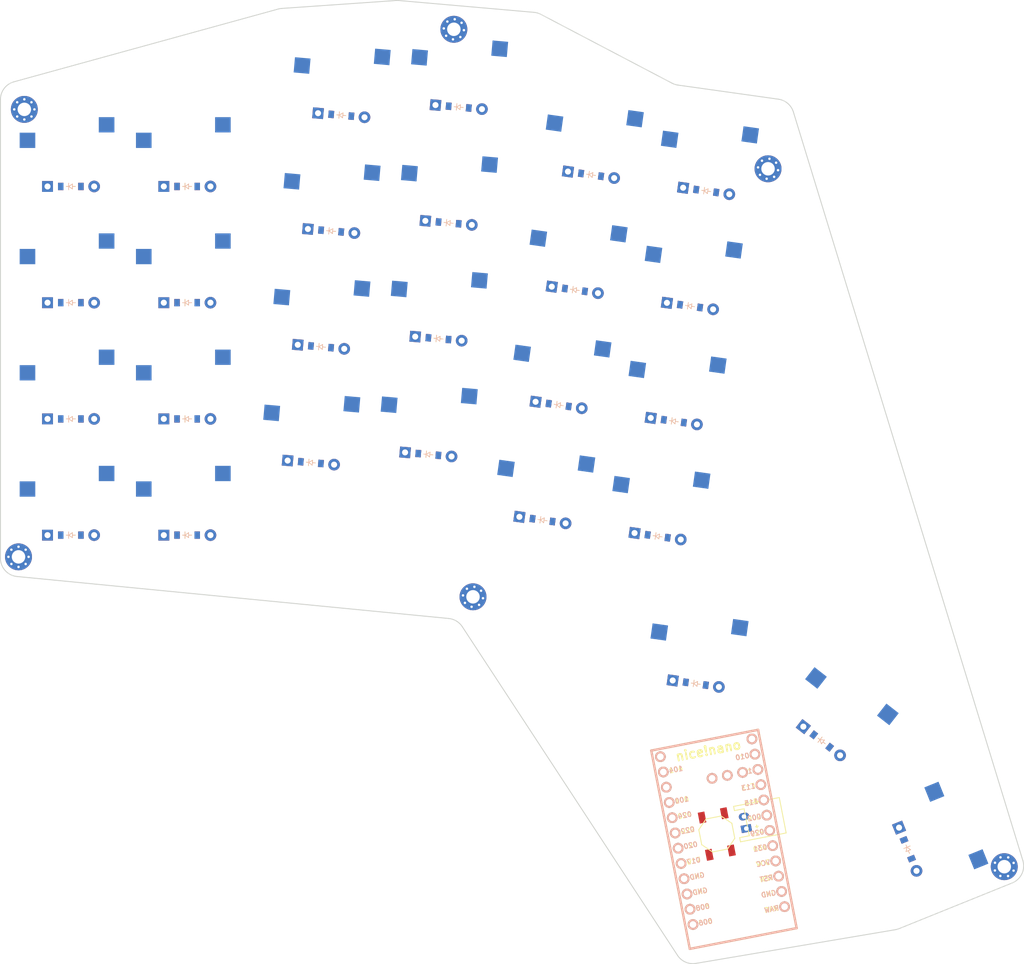
<source format=kicad_pcb>


(kicad_pcb (version 20171130) (host pcbnew 5.1.6)

  (page A3)
  (title_block
    (title "tutorial")
    (rev "v1.0.0")
    (company "Unknown")
  )

  (general
    (thickness 1.6)
  )

  (layers
    (0 F.Cu signal)
    (31 B.Cu signal)
    (32 B.Adhes user)
    (33 F.Adhes user)
    (34 B.Paste user)
    (35 F.Paste user)
    (36 B.SilkS user)
    (37 F.SilkS user)
    (38 B.Mask user)
    (39 F.Mask user)
    (40 Dwgs.User user)
    (41 Cmts.User user)
    (42 Eco1.User user)
    (43 Eco2.User user)
    (44 Edge.Cuts user)
    (45 Margin user)
    (46 B.CrtYd user)
    (47 F.CrtYd user)
    (48 B.Fab user)
    (49 F.Fab user)
  )

  (setup
    (last_trace_width 0.25)
    (trace_clearance 0.2)
    (zone_clearance 0.508)
    (zone_45_only no)
    (trace_min 0.2)
    (via_size 0.8)
    (via_drill 0.4)
    (via_min_size 0.4)
    (via_min_drill 0.3)
    (uvia_size 0.3)
    (uvia_drill 0.1)
    (uvias_allowed no)
    (uvia_min_size 0.2)
    (uvia_min_drill 0.1)
    (edge_width 0.05)
    (segment_width 0.2)
    (pcb_text_width 0.3)
    (pcb_text_size 1.5 1.5)
    (mod_edge_width 0.12)
    (mod_text_size 1 1)
    (mod_text_width 0.15)
    (pad_size 1.524 1.524)
    (pad_drill 0.762)
    (pad_to_mask_clearance 0.05)
    (aux_axis_origin 0 0)
    (visible_elements FFFFFF7F)
    (pcbplotparams
      (layerselection 0x010fc_ffffffff)
      (usegerberextensions false)
      (usegerberattributes true)
      (usegerberadvancedattributes true)
      (creategerberjobfile true)
      (excludeedgelayer true)
      (linewidth 0.100000)
      (plotframeref false)
      (viasonmask false)
      (mode 1)
      (useauxorigin false)
      (hpglpennumber 1)
      (hpglpenspeed 20)
      (hpglpendiameter 15.000000)
      (psnegative false)
      (psa4output false)
      (plotreference true)
      (plotvalue true)
      (plotinvisibletext false)
      (padsonsilk false)
      (subtractmaskfromsilk false)
      (outputformat 1)
      (mirror false)
      (drillshape 1)
      (scaleselection 1)
      (outputdirectory ""))
  )

  (net 0 "")
(net 1 "P006")
(net 2 "outer_bottom")
(net 3 "outer_home")
(net 4 "outer_top")
(net 5 "outer_num")
(net 6 "P008")
(net 7 "pinky_bottom")
(net 8 "pinky_home")
(net 9 "pinky_top")
(net 10 "pinky_num")
(net 11 "P017")
(net 12 "ring_bottom")
(net 13 "ring_home")
(net 14 "ring_top")
(net 15 "ring_num")
(net 16 "P020")
(net 17 "middle_bottom")
(net 18 "middle_home")
(net 19 "middle_top")
(net 20 "middle_num")
(net 21 "P022")
(net 22 "index_bottom")
(net 23 "index_home")
(net 24 "index_top")
(net 25 "index_num")
(net 26 "P024")
(net 27 "inner_bottom")
(net 28 "inner_home")
(net 29 "inner_top")
(net 30 "inner_num")
(net 31 "P009")
(net 32 "near_thumb")
(net 33 "P113")
(net 34 "home_thumb")
(net 35 "P031")
(net 36 "far_thumb")
(net 37 "P107")
(net 38 "P102")
(net 39 "P101")
(net 40 "P010")
(net 41 "P115")
(net 42 "RAW")
(net 43 "GND")
(net 44 "RST")
(net 45 "VCC")
(net 46 "P029")
(net 47 "P002")
(net 48 "P111")
(net 49 "P100")
(net 50 "P011")
(net 51 "P104")
(net 52 "P106")

  (net_class Default "This is the default net class."
    (clearance 0.2)
    (trace_width 0.25)
    (via_dia 0.8)
    (via_drill 0.4)
    (uvia_dia 0.3)
    (uvia_drill 0.1)
    (add_net "")
(add_net "P006")
(add_net "outer_bottom")
(add_net "outer_home")
(add_net "outer_top")
(add_net "outer_num")
(add_net "P008")
(add_net "pinky_bottom")
(add_net "pinky_home")
(add_net "pinky_top")
(add_net "pinky_num")
(add_net "P017")
(add_net "ring_bottom")
(add_net "ring_home")
(add_net "ring_top")
(add_net "ring_num")
(add_net "P020")
(add_net "middle_bottom")
(add_net "middle_home")
(add_net "middle_top")
(add_net "middle_num")
(add_net "P022")
(add_net "index_bottom")
(add_net "index_home")
(add_net "index_top")
(add_net "index_num")
(add_net "P024")
(add_net "inner_bottom")
(add_net "inner_home")
(add_net "inner_top")
(add_net "inner_num")
(add_net "P009")
(add_net "near_thumb")
(add_net "P113")
(add_net "home_thumb")
(add_net "P031")
(add_net "far_thumb")
(add_net "P107")
(add_net "P102")
(add_net "P101")
(add_net "P010")
(add_net "P115")
(add_net "RAW")
(add_net "GND")
(add_net "RST")
(add_net "VCC")
(add_net "P029")
(add_net "P002")
(add_net "P111")
(add_net "P100")
(add_net "P011")
(add_net "P104")
(add_net "P106")
  )

  
        
      (module MX (layer F.Cu) (tedit 5DD4F656)
      (at 0 0 0)

      
      (fp_text reference "S1" (at 0 0) (layer F.SilkS) hide (effects (font (size 1.27 1.27) (thickness 0.15))))
      (fp_text value "" (at 0 0) (layer F.SilkS) hide (effects (font (size 1.27 1.27) (thickness 0.15))))

      
      (fp_line (start -7 -6) (end -7 -7) (layer Dwgs.User) (width 0.15))
      (fp_line (start -7 7) (end -6 7) (layer Dwgs.User) (width 0.15))
      (fp_line (start -6 -7) (end -7 -7) (layer Dwgs.User) (width 0.15))
      (fp_line (start -7 7) (end -7 6) (layer Dwgs.User) (width 0.15))
      (fp_line (start 7 6) (end 7 7) (layer Dwgs.User) (width 0.15))
      (fp_line (start 7 -7) (end 6 -7) (layer Dwgs.User) (width 0.15))
      (fp_line (start 6 7) (end 7 7) (layer Dwgs.User) (width 0.15))
      (fp_line (start 7 -7) (end 7 -6) (layer Dwgs.User) (width 0.15))
    
      
      (pad "" np_thru_hole circle (at 0 0) (size 3.9878 3.9878) (drill 3.9878) (layers *.Cu *.Mask))

      
      (pad "" np_thru_hole circle (at 5.08 0) (size 1.7018 1.7018) (drill 1.7018) (layers *.Cu *.Mask))
      (pad "" np_thru_hole circle (at -5.08 0) (size 1.7018 1.7018) (drill 1.7018) (layers *.Cu *.Mask))
      
        
      
      (fp_line (start -9.5 -9.5) (end 9.5 -9.5) (layer Dwgs.User) (width 0.15))
      (fp_line (start 9.5 -9.5) (end 9.5 9.5) (layer Dwgs.User) (width 0.15))
      (fp_line (start 9.5 9.5) (end -9.5 9.5) (layer Dwgs.User) (width 0.15))
      (fp_line (start -9.5 9.5) (end -9.5 -9.5) (layer Dwgs.User) (width 0.15))
      
        
        
        (pad "" np_thru_hole circle (at 2.54 -5.08) (size 3 3) (drill 3) (layers *.Cu *.Mask))
        (pad "" np_thru_hole circle (at -3.81 -2.54) (size 3 3) (drill 3) (layers *.Cu *.Mask))
        
        
        (pad 1 smd rect (at -7.085 -2.54 0) (size 2.55 2.5) (layers B.Cu B.Paste B.Mask) (net 1 "P006"))
        (pad 2 smd rect (at 5.842 -5.08 0) (size 2.55 2.5) (layers B.Cu B.Paste B.Mask) (net 2 "outer_bottom"))
        )
        

        
      (module MX (layer F.Cu) (tedit 5DD4F656)
      (at 0 -19 0)

      
      (fp_text reference "S2" (at 0 0) (layer F.SilkS) hide (effects (font (size 1.27 1.27) (thickness 0.15))))
      (fp_text value "" (at 0 0) (layer F.SilkS) hide (effects (font (size 1.27 1.27) (thickness 0.15))))

      
      (fp_line (start -7 -6) (end -7 -7) (layer Dwgs.User) (width 0.15))
      (fp_line (start -7 7) (end -6 7) (layer Dwgs.User) (width 0.15))
      (fp_line (start -6 -7) (end -7 -7) (layer Dwgs.User) (width 0.15))
      (fp_line (start -7 7) (end -7 6) (layer Dwgs.User) (width 0.15))
      (fp_line (start 7 6) (end 7 7) (layer Dwgs.User) (width 0.15))
      (fp_line (start 7 -7) (end 6 -7) (layer Dwgs.User) (width 0.15))
      (fp_line (start 6 7) (end 7 7) (layer Dwgs.User) (width 0.15))
      (fp_line (start 7 -7) (end 7 -6) (layer Dwgs.User) (width 0.15))
    
      
      (pad "" np_thru_hole circle (at 0 0) (size 3.9878 3.9878) (drill 3.9878) (layers *.Cu *.Mask))

      
      (pad "" np_thru_hole circle (at 5.08 0) (size 1.7018 1.7018) (drill 1.7018) (layers *.Cu *.Mask))
      (pad "" np_thru_hole circle (at -5.08 0) (size 1.7018 1.7018) (drill 1.7018) (layers *.Cu *.Mask))
      
        
      
      (fp_line (start -9.5 -9.5) (end 9.5 -9.5) (layer Dwgs.User) (width 0.15))
      (fp_line (start 9.5 -9.5) (end 9.5 9.5) (layer Dwgs.User) (width 0.15))
      (fp_line (start 9.5 9.5) (end -9.5 9.5) (layer Dwgs.User) (width 0.15))
      (fp_line (start -9.5 9.5) (end -9.5 -9.5) (layer Dwgs.User) (width 0.15))
      
        
        
        (pad "" np_thru_hole circle (at 2.54 -5.08) (size 3 3) (drill 3) (layers *.Cu *.Mask))
        (pad "" np_thru_hole circle (at -3.81 -2.54) (size 3 3) (drill 3) (layers *.Cu *.Mask))
        
        
        (pad 1 smd rect (at -7.085 -2.54 0) (size 2.55 2.5) (layers B.Cu B.Paste B.Mask) (net 1 "P006"))
        (pad 2 smd rect (at 5.842 -5.08 0) (size 2.55 2.5) (layers B.Cu B.Paste B.Mask) (net 3 "outer_home"))
        )
        

        
      (module MX (layer F.Cu) (tedit 5DD4F656)
      (at 0 -38 0)

      
      (fp_text reference "S3" (at 0 0) (layer F.SilkS) hide (effects (font (size 1.27 1.27) (thickness 0.15))))
      (fp_text value "" (at 0 0) (layer F.SilkS) hide (effects (font (size 1.27 1.27) (thickness 0.15))))

      
      (fp_line (start -7 -6) (end -7 -7) (layer Dwgs.User) (width 0.15))
      (fp_line (start -7 7) (end -6 7) (layer Dwgs.User) (width 0.15))
      (fp_line (start -6 -7) (end -7 -7) (layer Dwgs.User) (width 0.15))
      (fp_line (start -7 7) (end -7 6) (layer Dwgs.User) (width 0.15))
      (fp_line (start 7 6) (end 7 7) (layer Dwgs.User) (width 0.15))
      (fp_line (start 7 -7) (end 6 -7) (layer Dwgs.User) (width 0.15))
      (fp_line (start 6 7) (end 7 7) (layer Dwgs.User) (width 0.15))
      (fp_line (start 7 -7) (end 7 -6) (layer Dwgs.User) (width 0.15))
    
      
      (pad "" np_thru_hole circle (at 0 0) (size 3.9878 3.9878) (drill 3.9878) (layers *.Cu *.Mask))

      
      (pad "" np_thru_hole circle (at 5.08 0) (size 1.7018 1.7018) (drill 1.7018) (layers *.Cu *.Mask))
      (pad "" np_thru_hole circle (at -5.08 0) (size 1.7018 1.7018) (drill 1.7018) (layers *.Cu *.Mask))
      
        
      
      (fp_line (start -9.5 -9.5) (end 9.5 -9.5) (layer Dwgs.User) (width 0.15))
      (fp_line (start 9.5 -9.5) (end 9.5 9.5) (layer Dwgs.User) (width 0.15))
      (fp_line (start 9.5 9.5) (end -9.5 9.5) (layer Dwgs.User) (width 0.15))
      (fp_line (start -9.5 9.5) (end -9.5 -9.5) (layer Dwgs.User) (width 0.15))
      
        
        
        (pad "" np_thru_hole circle (at 2.54 -5.08) (size 3 3) (drill 3) (layers *.Cu *.Mask))
        (pad "" np_thru_hole circle (at -3.81 -2.54) (size 3 3) (drill 3) (layers *.Cu *.Mask))
        
        
        (pad 1 smd rect (at -7.085 -2.54 0) (size 2.55 2.5) (layers B.Cu B.Paste B.Mask) (net 1 "P006"))
        (pad 2 smd rect (at 5.842 -5.08 0) (size 2.55 2.5) (layers B.Cu B.Paste B.Mask) (net 4 "outer_top"))
        )
        

        
      (module MX (layer F.Cu) (tedit 5DD4F656)
      (at 1e-7 -57 0)

      
      (fp_text reference "S4" (at 0 0) (layer F.SilkS) hide (effects (font (size 1.27 1.27) (thickness 0.15))))
      (fp_text value "" (at 0 0) (layer F.SilkS) hide (effects (font (size 1.27 1.27) (thickness 0.15))))

      
      (fp_line (start -7 -6) (end -7 -7) (layer Dwgs.User) (width 0.15))
      (fp_line (start -7 7) (end -6 7) (layer Dwgs.User) (width 0.15))
      (fp_line (start -6 -7) (end -7 -7) (layer Dwgs.User) (width 0.15))
      (fp_line (start -7 7) (end -7 6) (layer Dwgs.User) (width 0.15))
      (fp_line (start 7 6) (end 7 7) (layer Dwgs.User) (width 0.15))
      (fp_line (start 7 -7) (end 6 -7) (layer Dwgs.User) (width 0.15))
      (fp_line (start 6 7) (end 7 7) (layer Dwgs.User) (width 0.15))
      (fp_line (start 7 -7) (end 7 -6) (layer Dwgs.User) (width 0.15))
    
      
      (pad "" np_thru_hole circle (at 0 0) (size 3.9878 3.9878) (drill 3.9878) (layers *.Cu *.Mask))

      
      (pad "" np_thru_hole circle (at 5.08 0) (size 1.7018 1.7018) (drill 1.7018) (layers *.Cu *.Mask))
      (pad "" np_thru_hole circle (at -5.08 0) (size 1.7018 1.7018) (drill 1.7018) (layers *.Cu *.Mask))
      
        
      
      (fp_line (start -9.5 -9.5) (end 9.5 -9.5) (layer Dwgs.User) (width 0.15))
      (fp_line (start 9.5 -9.5) (end 9.5 9.5) (layer Dwgs.User) (width 0.15))
      (fp_line (start 9.5 9.5) (end -9.5 9.5) (layer Dwgs.User) (width 0.15))
      (fp_line (start -9.5 9.5) (end -9.5 -9.5) (layer Dwgs.User) (width 0.15))
      
        
        
        (pad "" np_thru_hole circle (at 2.54 -5.08) (size 3 3) (drill 3) (layers *.Cu *.Mask))
        (pad "" np_thru_hole circle (at -3.81 -2.54) (size 3 3) (drill 3) (layers *.Cu *.Mask))
        
        
        (pad 1 smd rect (at -7.085 -2.54 0) (size 2.55 2.5) (layers B.Cu B.Paste B.Mask) (net 1 "P006"))
        (pad 2 smd rect (at 5.842 -5.08 0) (size 2.55 2.5) (layers B.Cu B.Paste B.Mask) (net 5 "outer_num"))
        )
        

        
      (module MX (layer F.Cu) (tedit 5DD4F656)
      (at 19 0 0)

      
      (fp_text reference "S5" (at 0 0) (layer F.SilkS) hide (effects (font (size 1.27 1.27) (thickness 0.15))))
      (fp_text value "" (at 0 0) (layer F.SilkS) hide (effects (font (size 1.27 1.27) (thickness 0.15))))

      
      (fp_line (start -7 -6) (end -7 -7) (layer Dwgs.User) (width 0.15))
      (fp_line (start -7 7) (end -6 7) (layer Dwgs.User) (width 0.15))
      (fp_line (start -6 -7) (end -7 -7) (layer Dwgs.User) (width 0.15))
      (fp_line (start -7 7) (end -7 6) (layer Dwgs.User) (width 0.15))
      (fp_line (start 7 6) (end 7 7) (layer Dwgs.User) (width 0.15))
      (fp_line (start 7 -7) (end 6 -7) (layer Dwgs.User) (width 0.15))
      (fp_line (start 6 7) (end 7 7) (layer Dwgs.User) (width 0.15))
      (fp_line (start 7 -7) (end 7 -6) (layer Dwgs.User) (width 0.15))
    
      
      (pad "" np_thru_hole circle (at 0 0) (size 3.9878 3.9878) (drill 3.9878) (layers *.Cu *.Mask))

      
      (pad "" np_thru_hole circle (at 5.08 0) (size 1.7018 1.7018) (drill 1.7018) (layers *.Cu *.Mask))
      (pad "" np_thru_hole circle (at -5.08 0) (size 1.7018 1.7018) (drill 1.7018) (layers *.Cu *.Mask))
      
        
      
      (fp_line (start -9.5 -9.5) (end 9.5 -9.5) (layer Dwgs.User) (width 0.15))
      (fp_line (start 9.5 -9.5) (end 9.5 9.5) (layer Dwgs.User) (width 0.15))
      (fp_line (start 9.5 9.5) (end -9.5 9.5) (layer Dwgs.User) (width 0.15))
      (fp_line (start -9.5 9.5) (end -9.5 -9.5) (layer Dwgs.User) (width 0.15))
      
        
        
        (pad "" np_thru_hole circle (at 2.54 -5.08) (size 3 3) (drill 3) (layers *.Cu *.Mask))
        (pad "" np_thru_hole circle (at -3.81 -2.54) (size 3 3) (drill 3) (layers *.Cu *.Mask))
        
        
        (pad 1 smd rect (at -7.085 -2.54 0) (size 2.55 2.5) (layers B.Cu B.Paste B.Mask) (net 6 "P008"))
        (pad 2 smd rect (at 5.842 -5.08 0) (size 2.55 2.5) (layers B.Cu B.Paste B.Mask) (net 7 "pinky_bottom"))
        )
        

        
      (module MX (layer F.Cu) (tedit 5DD4F656)
      (at 19 -19 0)

      
      (fp_text reference "S6" (at 0 0) (layer F.SilkS) hide (effects (font (size 1.27 1.27) (thickness 0.15))))
      (fp_text value "" (at 0 0) (layer F.SilkS) hide (effects (font (size 1.27 1.27) (thickness 0.15))))

      
      (fp_line (start -7 -6) (end -7 -7) (layer Dwgs.User) (width 0.15))
      (fp_line (start -7 7) (end -6 7) (layer Dwgs.User) (width 0.15))
      (fp_line (start -6 -7) (end -7 -7) (layer Dwgs.User) (width 0.15))
      (fp_line (start -7 7) (end -7 6) (layer Dwgs.User) (width 0.15))
      (fp_line (start 7 6) (end 7 7) (layer Dwgs.User) (width 0.15))
      (fp_line (start 7 -7) (end 6 -7) (layer Dwgs.User) (width 0.15))
      (fp_line (start 6 7) (end 7 7) (layer Dwgs.User) (width 0.15))
      (fp_line (start 7 -7) (end 7 -6) (layer Dwgs.User) (width 0.15))
    
      
      (pad "" np_thru_hole circle (at 0 0) (size 3.9878 3.9878) (drill 3.9878) (layers *.Cu *.Mask))

      
      (pad "" np_thru_hole circle (at 5.08 0) (size 1.7018 1.7018) (drill 1.7018) (layers *.Cu *.Mask))
      (pad "" np_thru_hole circle (at -5.08 0) (size 1.7018 1.7018) (drill 1.7018) (layers *.Cu *.Mask))
      
        
      
      (fp_line (start -9.5 -9.5) (end 9.5 -9.5) (layer Dwgs.User) (width 0.15))
      (fp_line (start 9.5 -9.5) (end 9.5 9.5) (layer Dwgs.User) (width 0.15))
      (fp_line (start 9.5 9.5) (end -9.5 9.5) (layer Dwgs.User) (width 0.15))
      (fp_line (start -9.5 9.5) (end -9.5 -9.5) (layer Dwgs.User) (width 0.15))
      
        
        
        (pad "" np_thru_hole circle (at 2.54 -5.08) (size 3 3) (drill 3) (layers *.Cu *.Mask))
        (pad "" np_thru_hole circle (at -3.81 -2.54) (size 3 3) (drill 3) (layers *.Cu *.Mask))
        
        
        (pad 1 smd rect (at -7.085 -2.54 0) (size 2.55 2.5) (layers B.Cu B.Paste B.Mask) (net 6 "P008"))
        (pad 2 smd rect (at 5.842 -5.08 0) (size 2.55 2.5) (layers B.Cu B.Paste B.Mask) (net 8 "pinky_home"))
        )
        

        
      (module MX (layer F.Cu) (tedit 5DD4F656)
      (at 19 -38 0)

      
      (fp_text reference "S7" (at 0 0) (layer F.SilkS) hide (effects (font (size 1.27 1.27) (thickness 0.15))))
      (fp_text value "" (at 0 0) (layer F.SilkS) hide (effects (font (size 1.27 1.27) (thickness 0.15))))

      
      (fp_line (start -7 -6) (end -7 -7) (layer Dwgs.User) (width 0.15))
      (fp_line (start -7 7) (end -6 7) (layer Dwgs.User) (width 0.15))
      (fp_line (start -6 -7) (end -7 -7) (layer Dwgs.User) (width 0.15))
      (fp_line (start -7 7) (end -7 6) (layer Dwgs.User) (width 0.15))
      (fp_line (start 7 6) (end 7 7) (layer Dwgs.User) (width 0.15))
      (fp_line (start 7 -7) (end 6 -7) (layer Dwgs.User) (width 0.15))
      (fp_line (start 6 7) (end 7 7) (layer Dwgs.User) (width 0.15))
      (fp_line (start 7 -7) (end 7 -6) (layer Dwgs.User) (width 0.15))
    
      
      (pad "" np_thru_hole circle (at 0 0) (size 3.9878 3.9878) (drill 3.9878) (layers *.Cu *.Mask))

      
      (pad "" np_thru_hole circle (at 5.08 0) (size 1.7018 1.7018) (drill 1.7018) (layers *.Cu *.Mask))
      (pad "" np_thru_hole circle (at -5.08 0) (size 1.7018 1.7018) (drill 1.7018) (layers *.Cu *.Mask))
      
        
      
      (fp_line (start -9.5 -9.5) (end 9.5 -9.5) (layer Dwgs.User) (width 0.15))
      (fp_line (start 9.5 -9.5) (end 9.5 9.5) (layer Dwgs.User) (width 0.15))
      (fp_line (start 9.5 9.5) (end -9.5 9.5) (layer Dwgs.User) (width 0.15))
      (fp_line (start -9.5 9.5) (end -9.5 -9.5) (layer Dwgs.User) (width 0.15))
      
        
        
        (pad "" np_thru_hole circle (at 2.54 -5.08) (size 3 3) (drill 3) (layers *.Cu *.Mask))
        (pad "" np_thru_hole circle (at -3.81 -2.54) (size 3 3) (drill 3) (layers *.Cu *.Mask))
        
        
        (pad 1 smd rect (at -7.085 -2.54 0) (size 2.55 2.5) (layers B.Cu B.Paste B.Mask) (net 6 "P008"))
        (pad 2 smd rect (at 5.842 -5.08 0) (size 2.55 2.5) (layers B.Cu B.Paste B.Mask) (net 9 "pinky_top"))
        )
        

        
      (module MX (layer F.Cu) (tedit 5DD4F656)
      (at 19.0000001 -57 0)

      
      (fp_text reference "S8" (at 0 0) (layer F.SilkS) hide (effects (font (size 1.27 1.27) (thickness 0.15))))
      (fp_text value "" (at 0 0) (layer F.SilkS) hide (effects (font (size 1.27 1.27) (thickness 0.15))))

      
      (fp_line (start -7 -6) (end -7 -7) (layer Dwgs.User) (width 0.15))
      (fp_line (start -7 7) (end -6 7) (layer Dwgs.User) (width 0.15))
      (fp_line (start -6 -7) (end -7 -7) (layer Dwgs.User) (width 0.15))
      (fp_line (start -7 7) (end -7 6) (layer Dwgs.User) (width 0.15))
      (fp_line (start 7 6) (end 7 7) (layer Dwgs.User) (width 0.15))
      (fp_line (start 7 -7) (end 6 -7) (layer Dwgs.User) (width 0.15))
      (fp_line (start 6 7) (end 7 7) (layer Dwgs.User) (width 0.15))
      (fp_line (start 7 -7) (end 7 -6) (layer Dwgs.User) (width 0.15))
    
      
      (pad "" np_thru_hole circle (at 0 0) (size 3.9878 3.9878) (drill 3.9878) (layers *.Cu *.Mask))

      
      (pad "" np_thru_hole circle (at 5.08 0) (size 1.7018 1.7018) (drill 1.7018) (layers *.Cu *.Mask))
      (pad "" np_thru_hole circle (at -5.08 0) (size 1.7018 1.7018) (drill 1.7018) (layers *.Cu *.Mask))
      
        
      
      (fp_line (start -9.5 -9.5) (end 9.5 -9.5) (layer Dwgs.User) (width 0.15))
      (fp_line (start 9.5 -9.5) (end 9.5 9.5) (layer Dwgs.User) (width 0.15))
      (fp_line (start 9.5 9.5) (end -9.5 9.5) (layer Dwgs.User) (width 0.15))
      (fp_line (start -9.5 9.5) (end -9.5 -9.5) (layer Dwgs.User) (width 0.15))
      
        
        
        (pad "" np_thru_hole circle (at 2.54 -5.08) (size 3 3) (drill 3) (layers *.Cu *.Mask))
        (pad "" np_thru_hole circle (at -3.81 -2.54) (size 3 3) (drill 3) (layers *.Cu *.Mask))
        
        
        (pad 1 smd rect (at -7.085 -2.54 0) (size 2.55 2.5) (layers B.Cu B.Paste B.Mask) (net 6 "P008"))
        (pad 2 smd rect (at 5.842 -5.08 0) (size 2.55 2.5) (layers B.Cu B.Paste B.Mask) (net 10 "pinky_num"))
        )
        

        
      (module MX (layer F.Cu) (tedit 5DD4F656)
      (at 39.6521539 -11.8405435 -5)

      
      (fp_text reference "S9" (at 0 0) (layer F.SilkS) hide (effects (font (size 1.27 1.27) (thickness 0.15))))
      (fp_text value "" (at 0 0) (layer F.SilkS) hide (effects (font (size 1.27 1.27) (thickness 0.15))))

      
      (fp_line (start -7 -6) (end -7 -7) (layer Dwgs.User) (width 0.15))
      (fp_line (start -7 7) (end -6 7) (layer Dwgs.User) (width 0.15))
      (fp_line (start -6 -7) (end -7 -7) (layer Dwgs.User) (width 0.15))
      (fp_line (start -7 7) (end -7 6) (layer Dwgs.User) (width 0.15))
      (fp_line (start 7 6) (end 7 7) (layer Dwgs.User) (width 0.15))
      (fp_line (start 7 -7) (end 6 -7) (layer Dwgs.User) (width 0.15))
      (fp_line (start 6 7) (end 7 7) (layer Dwgs.User) (width 0.15))
      (fp_line (start 7 -7) (end 7 -6) (layer Dwgs.User) (width 0.15))
    
      
      (pad "" np_thru_hole circle (at 0 0) (size 3.9878 3.9878) (drill 3.9878) (layers *.Cu *.Mask))

      
      (pad "" np_thru_hole circle (at 5.08 0) (size 1.7018 1.7018) (drill 1.7018) (layers *.Cu *.Mask))
      (pad "" np_thru_hole circle (at -5.08 0) (size 1.7018 1.7018) (drill 1.7018) (layers *.Cu *.Mask))
      
        
      
      (fp_line (start -9.5 -9.5) (end 9.5 -9.5) (layer Dwgs.User) (width 0.15))
      (fp_line (start 9.5 -9.5) (end 9.5 9.5) (layer Dwgs.User) (width 0.15))
      (fp_line (start 9.5 9.5) (end -9.5 9.5) (layer Dwgs.User) (width 0.15))
      (fp_line (start -9.5 9.5) (end -9.5 -9.5) (layer Dwgs.User) (width 0.15))
      
        
        
        (pad "" np_thru_hole circle (at 2.54 -5.08) (size 3 3) (drill 3) (layers *.Cu *.Mask))
        (pad "" np_thru_hole circle (at -3.81 -2.54) (size 3 3) (drill 3) (layers *.Cu *.Mask))
        
        
        (pad 1 smd rect (at -7.085 -2.54 -5) (size 2.55 2.5) (layers B.Cu B.Paste B.Mask) (net 11 "P017"))
        (pad 2 smd rect (at 5.842 -5.08 -5) (size 2.55 2.5) (layers B.Cu B.Paste B.Mask) (net 12 "ring_bottom"))
        )
        

        
      (module MX (layer F.Cu) (tedit 5DD4F656)
      (at 41.3081129 -30.7682428 -5)

      
      (fp_text reference "S10" (at 0 0) (layer F.SilkS) hide (effects (font (size 1.27 1.27) (thickness 0.15))))
      (fp_text value "" (at 0 0) (layer F.SilkS) hide (effects (font (size 1.27 1.27) (thickness 0.15))))

      
      (fp_line (start -7 -6) (end -7 -7) (layer Dwgs.User) (width 0.15))
      (fp_line (start -7 7) (end -6 7) (layer Dwgs.User) (width 0.15))
      (fp_line (start -6 -7) (end -7 -7) (layer Dwgs.User) (width 0.15))
      (fp_line (start -7 7) (end -7 6) (layer Dwgs.User) (width 0.15))
      (fp_line (start 7 6) (end 7 7) (layer Dwgs.User) (width 0.15))
      (fp_line (start 7 -7) (end 6 -7) (layer Dwgs.User) (width 0.15))
      (fp_line (start 6 7) (end 7 7) (layer Dwgs.User) (width 0.15))
      (fp_line (start 7 -7) (end 7 -6) (layer Dwgs.User) (width 0.15))
    
      
      (pad "" np_thru_hole circle (at 0 0) (size 3.9878 3.9878) (drill 3.9878) (layers *.Cu *.Mask))

      
      (pad "" np_thru_hole circle (at 5.08 0) (size 1.7018 1.7018) (drill 1.7018) (layers *.Cu *.Mask))
      (pad "" np_thru_hole circle (at -5.08 0) (size 1.7018 1.7018) (drill 1.7018) (layers *.Cu *.Mask))
      
        
      
      (fp_line (start -9.5 -9.5) (end 9.5 -9.5) (layer Dwgs.User) (width 0.15))
      (fp_line (start 9.5 -9.5) (end 9.5 9.5) (layer Dwgs.User) (width 0.15))
      (fp_line (start 9.5 9.5) (end -9.5 9.5) (layer Dwgs.User) (width 0.15))
      (fp_line (start -9.5 9.5) (end -9.5 -9.5) (layer Dwgs.User) (width 0.15))
      
        
        
        (pad "" np_thru_hole circle (at 2.54 -5.08) (size 3 3) (drill 3) (layers *.Cu *.Mask))
        (pad "" np_thru_hole circle (at -3.81 -2.54) (size 3 3) (drill 3) (layers *.Cu *.Mask))
        
        
        (pad 1 smd rect (at -7.085 -2.54 -5) (size 2.55 2.5) (layers B.Cu B.Paste B.Mask) (net 11 "P017"))
        (pad 2 smd rect (at 5.842 -5.08 -5) (size 2.55 2.5) (layers B.Cu B.Paste B.Mask) (net 13 "ring_home"))
        )
        

        
      (module MX (layer F.Cu) (tedit 5DD4F656)
      (at 42.964072 -49.6959421 -5)

      
      (fp_text reference "S11" (at 0 0) (layer F.SilkS) hide (effects (font (size 1.27 1.27) (thickness 0.15))))
      (fp_text value "" (at 0 0) (layer F.SilkS) hide (effects (font (size 1.27 1.27) (thickness 0.15))))

      
      (fp_line (start -7 -6) (end -7 -7) (layer Dwgs.User) (width 0.15))
      (fp_line (start -7 7) (end -6 7) (layer Dwgs.User) (width 0.15))
      (fp_line (start -6 -7) (end -7 -7) (layer Dwgs.User) (width 0.15))
      (fp_line (start -7 7) (end -7 6) (layer Dwgs.User) (width 0.15))
      (fp_line (start 7 6) (end 7 7) (layer Dwgs.User) (width 0.15))
      (fp_line (start 7 -7) (end 6 -7) (layer Dwgs.User) (width 0.15))
      (fp_line (start 6 7) (end 7 7) (layer Dwgs.User) (width 0.15))
      (fp_line (start 7 -7) (end 7 -6) (layer Dwgs.User) (width 0.15))
    
      
      (pad "" np_thru_hole circle (at 0 0) (size 3.9878 3.9878) (drill 3.9878) (layers *.Cu *.Mask))

      
      (pad "" np_thru_hole circle (at 5.08 0) (size 1.7018 1.7018) (drill 1.7018) (layers *.Cu *.Mask))
      (pad "" np_thru_hole circle (at -5.08 0) (size 1.7018 1.7018) (drill 1.7018) (layers *.Cu *.Mask))
      
        
      
      (fp_line (start -9.5 -9.5) (end 9.5 -9.5) (layer Dwgs.User) (width 0.15))
      (fp_line (start 9.5 -9.5) (end 9.5 9.5) (layer Dwgs.User) (width 0.15))
      (fp_line (start 9.5 9.5) (end -9.5 9.5) (layer Dwgs.User) (width 0.15))
      (fp_line (start -9.5 9.5) (end -9.5 -9.5) (layer Dwgs.User) (width 0.15))
      
        
        
        (pad "" np_thru_hole circle (at 2.54 -5.08) (size 3 3) (drill 3) (layers *.Cu *.Mask))
        (pad "" np_thru_hole circle (at -3.81 -2.54) (size 3 3) (drill 3) (layers *.Cu *.Mask))
        
        
        (pad 1 smd rect (at -7.085 -2.54 -5) (size 2.55 2.5) (layers B.Cu B.Paste B.Mask) (net 11 "P017"))
        (pad 2 smd rect (at 5.842 -5.08 -5) (size 2.55 2.5) (layers B.Cu B.Paste B.Mask) (net 14 "ring_top"))
        )
        

        
      (module MX (layer F.Cu) (tedit 5DD4F656)
      (at 44.6200311 -68.6236413 -5)

      
      (fp_text reference "S12" (at 0 0) (layer F.SilkS) hide (effects (font (size 1.27 1.27) (thickness 0.15))))
      (fp_text value "" (at 0 0) (layer F.SilkS) hide (effects (font (size 1.27 1.27) (thickness 0.15))))

      
      (fp_line (start -7 -6) (end -7 -7) (layer Dwgs.User) (width 0.15))
      (fp_line (start -7 7) (end -6 7) (layer Dwgs.User) (width 0.15))
      (fp_line (start -6 -7) (end -7 -7) (layer Dwgs.User) (width 0.15))
      (fp_line (start -7 7) (end -7 6) (layer Dwgs.User) (width 0.15))
      (fp_line (start 7 6) (end 7 7) (layer Dwgs.User) (width 0.15))
      (fp_line (start 7 -7) (end 6 -7) (layer Dwgs.User) (width 0.15))
      (fp_line (start 6 7) (end 7 7) (layer Dwgs.User) (width 0.15))
      (fp_line (start 7 -7) (end 7 -6) (layer Dwgs.User) (width 0.15))
    
      
      (pad "" np_thru_hole circle (at 0 0) (size 3.9878 3.9878) (drill 3.9878) (layers *.Cu *.Mask))

      
      (pad "" np_thru_hole circle (at 5.08 0) (size 1.7018 1.7018) (drill 1.7018) (layers *.Cu *.Mask))
      (pad "" np_thru_hole circle (at -5.08 0) (size 1.7018 1.7018) (drill 1.7018) (layers *.Cu *.Mask))
      
        
      
      (fp_line (start -9.5 -9.5) (end 9.5 -9.5) (layer Dwgs.User) (width 0.15))
      (fp_line (start 9.5 -9.5) (end 9.5 9.5) (layer Dwgs.User) (width 0.15))
      (fp_line (start 9.5 9.5) (end -9.5 9.5) (layer Dwgs.User) (width 0.15))
      (fp_line (start -9.5 9.5) (end -9.5 -9.5) (layer Dwgs.User) (width 0.15))
      
        
        
        (pad "" np_thru_hole circle (at 2.54 -5.08) (size 3 3) (drill 3) (layers *.Cu *.Mask))
        (pad "" np_thru_hole circle (at -3.81 -2.54) (size 3 3) (drill 3) (layers *.Cu *.Mask))
        
        
        (pad 1 smd rect (at -7.085 -2.54 -5) (size 2.55 2.5) (layers B.Cu B.Paste B.Mask) (net 11 "P017"))
        (pad 2 smd rect (at 5.842 -5.08 -5) (size 2.55 2.5) (layers B.Cu B.Paste B.Mask) (net 15 "ring_num"))
        )
        

        
      (module MX (layer F.Cu) (tedit 5DD4F656)
      (at 58.8413203 -13.1731686 -5)

      
      (fp_text reference "S13" (at 0 0) (layer F.SilkS) hide (effects (font (size 1.27 1.27) (thickness 0.15))))
      (fp_text value "" (at 0 0) (layer F.SilkS) hide (effects (font (size 1.27 1.27) (thickness 0.15))))

      
      (fp_line (start -7 -6) (end -7 -7) (layer Dwgs.User) (width 0.15))
      (fp_line (start -7 7) (end -6 7) (layer Dwgs.User) (width 0.15))
      (fp_line (start -6 -7) (end -7 -7) (layer Dwgs.User) (width 0.15))
      (fp_line (start -7 7) (end -7 6) (layer Dwgs.User) (width 0.15))
      (fp_line (start 7 6) (end 7 7) (layer Dwgs.User) (width 0.15))
      (fp_line (start 7 -7) (end 6 -7) (layer Dwgs.User) (width 0.15))
      (fp_line (start 6 7) (end 7 7) (layer Dwgs.User) (width 0.15))
      (fp_line (start 7 -7) (end 7 -6) (layer Dwgs.User) (width 0.15))
    
      
      (pad "" np_thru_hole circle (at 0 0) (size 3.9878 3.9878) (drill 3.9878) (layers *.Cu *.Mask))

      
      (pad "" np_thru_hole circle (at 5.08 0) (size 1.7018 1.7018) (drill 1.7018) (layers *.Cu *.Mask))
      (pad "" np_thru_hole circle (at -5.08 0) (size 1.7018 1.7018) (drill 1.7018) (layers *.Cu *.Mask))
      
        
      
      (fp_line (start -9.5 -9.5) (end 9.5 -9.5) (layer Dwgs.User) (width 0.15))
      (fp_line (start 9.5 -9.5) (end 9.5 9.5) (layer Dwgs.User) (width 0.15))
      (fp_line (start 9.5 9.5) (end -9.5 9.5) (layer Dwgs.User) (width 0.15))
      (fp_line (start -9.5 9.5) (end -9.5 -9.5) (layer Dwgs.User) (width 0.15))
      
        
        
        (pad "" np_thru_hole circle (at 2.54 -5.08) (size 3 3) (drill 3) (layers *.Cu *.Mask))
        (pad "" np_thru_hole circle (at -3.81 -2.54) (size 3 3) (drill 3) (layers *.Cu *.Mask))
        
        
        (pad 1 smd rect (at -7.085 -2.54 -5) (size 2.55 2.5) (layers B.Cu B.Paste B.Mask) (net 16 "P020"))
        (pad 2 smd rect (at 5.842 -5.08 -5) (size 2.55 2.5) (layers B.Cu B.Paste B.Mask) (net 17 "middle_bottom"))
        )
        

        
      (module MX (layer F.Cu) (tedit 5DD4F656)
      (at 60.4972794 -32.1008678 -5)

      
      (fp_text reference "S14" (at 0 0) (layer F.SilkS) hide (effects (font (size 1.27 1.27) (thickness 0.15))))
      (fp_text value "" (at 0 0) (layer F.SilkS) hide (effects (font (size 1.27 1.27) (thickness 0.15))))

      
      (fp_line (start -7 -6) (end -7 -7) (layer Dwgs.User) (width 0.15))
      (fp_line (start -7 7) (end -6 7) (layer Dwgs.User) (width 0.15))
      (fp_line (start -6 -7) (end -7 -7) (layer Dwgs.User) (width 0.15))
      (fp_line (start -7 7) (end -7 6) (layer Dwgs.User) (width 0.15))
      (fp_line (start 7 6) (end 7 7) (layer Dwgs.User) (width 0.15))
      (fp_line (start 7 -7) (end 6 -7) (layer Dwgs.User) (width 0.15))
      (fp_line (start 6 7) (end 7 7) (layer Dwgs.User) (width 0.15))
      (fp_line (start 7 -7) (end 7 -6) (layer Dwgs.User) (width 0.15))
    
      
      (pad "" np_thru_hole circle (at 0 0) (size 3.9878 3.9878) (drill 3.9878) (layers *.Cu *.Mask))

      
      (pad "" np_thru_hole circle (at 5.08 0) (size 1.7018 1.7018) (drill 1.7018) (layers *.Cu *.Mask))
      (pad "" np_thru_hole circle (at -5.08 0) (size 1.7018 1.7018) (drill 1.7018) (layers *.Cu *.Mask))
      
        
      
      (fp_line (start -9.5 -9.5) (end 9.5 -9.5) (layer Dwgs.User) (width 0.15))
      (fp_line (start 9.5 -9.5) (end 9.5 9.5) (layer Dwgs.User) (width 0.15))
      (fp_line (start 9.5 9.5) (end -9.5 9.5) (layer Dwgs.User) (width 0.15))
      (fp_line (start -9.5 9.5) (end -9.5 -9.5) (layer Dwgs.User) (width 0.15))
      
        
        
        (pad "" np_thru_hole circle (at 2.54 -5.08) (size 3 3) (drill 3) (layers *.Cu *.Mask))
        (pad "" np_thru_hole circle (at -3.81 -2.54) (size 3 3) (drill 3) (layers *.Cu *.Mask))
        
        
        (pad 1 smd rect (at -7.085 -2.54 -5) (size 2.55 2.5) (layers B.Cu B.Paste B.Mask) (net 16 "P020"))
        (pad 2 smd rect (at 5.842 -5.08 -5) (size 2.55 2.5) (layers B.Cu B.Paste B.Mask) (net 18 "middle_home"))
        )
        

        
      (module MX (layer F.Cu) (tedit 5DD4F656)
      (at 62.1532385 -51.0285671 -5)

      
      (fp_text reference "S15" (at 0 0) (layer F.SilkS) hide (effects (font (size 1.27 1.27) (thickness 0.15))))
      (fp_text value "" (at 0 0) (layer F.SilkS) hide (effects (font (size 1.27 1.27) (thickness 0.15))))

      
      (fp_line (start -7 -6) (end -7 -7) (layer Dwgs.User) (width 0.15))
      (fp_line (start -7 7) (end -6 7) (layer Dwgs.User) (width 0.15))
      (fp_line (start -6 -7) (end -7 -7) (layer Dwgs.User) (width 0.15))
      (fp_line (start -7 7) (end -7 6) (layer Dwgs.User) (width 0.15))
      (fp_line (start 7 6) (end 7 7) (layer Dwgs.User) (width 0.15))
      (fp_line (start 7 -7) (end 6 -7) (layer Dwgs.User) (width 0.15))
      (fp_line (start 6 7) (end 7 7) (layer Dwgs.User) (width 0.15))
      (fp_line (start 7 -7) (end 7 -6) (layer Dwgs.User) (width 0.15))
    
      
      (pad "" np_thru_hole circle (at 0 0) (size 3.9878 3.9878) (drill 3.9878) (layers *.Cu *.Mask))

      
      (pad "" np_thru_hole circle (at 5.08 0) (size 1.7018 1.7018) (drill 1.7018) (layers *.Cu *.Mask))
      (pad "" np_thru_hole circle (at -5.08 0) (size 1.7018 1.7018) (drill 1.7018) (layers *.Cu *.Mask))
      
        
      
      (fp_line (start -9.5 -9.5) (end 9.5 -9.5) (layer Dwgs.User) (width 0.15))
      (fp_line (start 9.5 -9.5) (end 9.5 9.5) (layer Dwgs.User) (width 0.15))
      (fp_line (start 9.5 9.5) (end -9.5 9.5) (layer Dwgs.User) (width 0.15))
      (fp_line (start -9.5 9.5) (end -9.5 -9.5) (layer Dwgs.User) (width 0.15))
      
        
        
        (pad "" np_thru_hole circle (at 2.54 -5.08) (size 3 3) (drill 3) (layers *.Cu *.Mask))
        (pad "" np_thru_hole circle (at -3.81 -2.54) (size 3 3) (drill 3) (layers *.Cu *.Mask))
        
        
        (pad 1 smd rect (at -7.085 -2.54 -5) (size 2.55 2.5) (layers B.Cu B.Paste B.Mask) (net 16 "P020"))
        (pad 2 smd rect (at 5.842 -5.08 -5) (size 2.55 2.5) (layers B.Cu B.Paste B.Mask) (net 19 "middle_top"))
        )
        

        
      (module MX (layer F.Cu) (tedit 5DD4F656)
      (at 63.8091975 -69.9562664 -5)

      
      (fp_text reference "S16" (at 0 0) (layer F.SilkS) hide (effects (font (size 1.27 1.27) (thickness 0.15))))
      (fp_text value "" (at 0 0) (layer F.SilkS) hide (effects (font (size 1.27 1.27) (thickness 0.15))))

      
      (fp_line (start -7 -6) (end -7 -7) (layer Dwgs.User) (width 0.15))
      (fp_line (start -7 7) (end -6 7) (layer Dwgs.User) (width 0.15))
      (fp_line (start -6 -7) (end -7 -7) (layer Dwgs.User) (width 0.15))
      (fp_line (start -7 7) (end -7 6) (layer Dwgs.User) (width 0.15))
      (fp_line (start 7 6) (end 7 7) (layer Dwgs.User) (width 0.15))
      (fp_line (start 7 -7) (end 6 -7) (layer Dwgs.User) (width 0.15))
      (fp_line (start 6 7) (end 7 7) (layer Dwgs.User) (width 0.15))
      (fp_line (start 7 -7) (end 7 -6) (layer Dwgs.User) (width 0.15))
    
      
      (pad "" np_thru_hole circle (at 0 0) (size 3.9878 3.9878) (drill 3.9878) (layers *.Cu *.Mask))

      
      (pad "" np_thru_hole circle (at 5.08 0) (size 1.7018 1.7018) (drill 1.7018) (layers *.Cu *.Mask))
      (pad "" np_thru_hole circle (at -5.08 0) (size 1.7018 1.7018) (drill 1.7018) (layers *.Cu *.Mask))
      
        
      
      (fp_line (start -9.5 -9.5) (end 9.5 -9.5) (layer Dwgs.User) (width 0.15))
      (fp_line (start 9.5 -9.5) (end 9.5 9.5) (layer Dwgs.User) (width 0.15))
      (fp_line (start 9.5 9.5) (end -9.5 9.5) (layer Dwgs.User) (width 0.15))
      (fp_line (start -9.5 9.5) (end -9.5 -9.5) (layer Dwgs.User) (width 0.15))
      
        
        
        (pad "" np_thru_hole circle (at 2.54 -5.08) (size 3 3) (drill 3) (layers *.Cu *.Mask))
        (pad "" np_thru_hole circle (at -3.81 -2.54) (size 3 3) (drill 3) (layers *.Cu *.Mask))
        
        
        (pad 1 smd rect (at -7.085 -2.54 -5) (size 2.55 2.5) (layers B.Cu B.Paste B.Mask) (net 16 "P020"))
        (pad 2 smd rect (at 5.842 -5.08 -5) (size 2.55 2.5) (layers B.Cu B.Paste B.Mask) (net 20 "middle_num"))
        )
        

        
      (module MX (layer F.Cu) (tedit 5DD4F656)
      (at 77.7589516 -2.4105403 -8)

      
      (fp_text reference "S17" (at 0 0) (layer F.SilkS) hide (effects (font (size 1.27 1.27) (thickness 0.15))))
      (fp_text value "" (at 0 0) (layer F.SilkS) hide (effects (font (size 1.27 1.27) (thickness 0.15))))

      
      (fp_line (start -7 -6) (end -7 -7) (layer Dwgs.User) (width 0.15))
      (fp_line (start -7 7) (end -6 7) (layer Dwgs.User) (width 0.15))
      (fp_line (start -6 -7) (end -7 -7) (layer Dwgs.User) (width 0.15))
      (fp_line (start -7 7) (end -7 6) (layer Dwgs.User) (width 0.15))
      (fp_line (start 7 6) (end 7 7) (layer Dwgs.User) (width 0.15))
      (fp_line (start 7 -7) (end 6 -7) (layer Dwgs.User) (width 0.15))
      (fp_line (start 6 7) (end 7 7) (layer Dwgs.User) (width 0.15))
      (fp_line (start 7 -7) (end 7 -6) (layer Dwgs.User) (width 0.15))
    
      
      (pad "" np_thru_hole circle (at 0 0) (size 3.9878 3.9878) (drill 3.9878) (layers *.Cu *.Mask))

      
      (pad "" np_thru_hole circle (at 5.08 0) (size 1.7018 1.7018) (drill 1.7018) (layers *.Cu *.Mask))
      (pad "" np_thru_hole circle (at -5.08 0) (size 1.7018 1.7018) (drill 1.7018) (layers *.Cu *.Mask))
      
        
      
      (fp_line (start -9.5 -9.5) (end 9.5 -9.5) (layer Dwgs.User) (width 0.15))
      (fp_line (start 9.5 -9.5) (end 9.5 9.5) (layer Dwgs.User) (width 0.15))
      (fp_line (start 9.5 9.5) (end -9.5 9.5) (layer Dwgs.User) (width 0.15))
      (fp_line (start -9.5 9.5) (end -9.5 -9.5) (layer Dwgs.User) (width 0.15))
      
        
        
        (pad "" np_thru_hole circle (at 2.54 -5.08) (size 3 3) (drill 3) (layers *.Cu *.Mask))
        (pad "" np_thru_hole circle (at -3.81 -2.54) (size 3 3) (drill 3) (layers *.Cu *.Mask))
        
        
        (pad 1 smd rect (at -7.085 -2.54 -8) (size 2.55 2.5) (layers B.Cu B.Paste B.Mask) (net 21 "P022"))
        (pad 2 smd rect (at 5.842 -5.08 -8) (size 2.55 2.5) (layers B.Cu B.Paste B.Mask) (net 22 "index_bottom"))
        )
        

        
      (module MX (layer F.Cu) (tedit 5DD4F656)
      (at 80.4032406 -21.2256336 -8)

      
      (fp_text reference "S18" (at 0 0) (layer F.SilkS) hide (effects (font (size 1.27 1.27) (thickness 0.15))))
      (fp_text value "" (at 0 0) (layer F.SilkS) hide (effects (font (size 1.27 1.27) (thickness 0.15))))

      
      (fp_line (start -7 -6) (end -7 -7) (layer Dwgs.User) (width 0.15))
      (fp_line (start -7 7) (end -6 7) (layer Dwgs.User) (width 0.15))
      (fp_line (start -6 -7) (end -7 -7) (layer Dwgs.User) (width 0.15))
      (fp_line (start -7 7) (end -7 6) (layer Dwgs.User) (width 0.15))
      (fp_line (start 7 6) (end 7 7) (layer Dwgs.User) (width 0.15))
      (fp_line (start 7 -7) (end 6 -7) (layer Dwgs.User) (width 0.15))
      (fp_line (start 6 7) (end 7 7) (layer Dwgs.User) (width 0.15))
      (fp_line (start 7 -7) (end 7 -6) (layer Dwgs.User) (width 0.15))
    
      
      (pad "" np_thru_hole circle (at 0 0) (size 3.9878 3.9878) (drill 3.9878) (layers *.Cu *.Mask))

      
      (pad "" np_thru_hole circle (at 5.08 0) (size 1.7018 1.7018) (drill 1.7018) (layers *.Cu *.Mask))
      (pad "" np_thru_hole circle (at -5.08 0) (size 1.7018 1.7018) (drill 1.7018) (layers *.Cu *.Mask))
      
        
      
      (fp_line (start -9.5 -9.5) (end 9.5 -9.5) (layer Dwgs.User) (width 0.15))
      (fp_line (start 9.5 -9.5) (end 9.5 9.5) (layer Dwgs.User) (width 0.15))
      (fp_line (start 9.5 9.5) (end -9.5 9.5) (layer Dwgs.User) (width 0.15))
      (fp_line (start -9.5 9.5) (end -9.5 -9.5) (layer Dwgs.User) (width 0.15))
      
        
        
        (pad "" np_thru_hole circle (at 2.54 -5.08) (size 3 3) (drill 3) (layers *.Cu *.Mask))
        (pad "" np_thru_hole circle (at -3.81 -2.54) (size 3 3) (drill 3) (layers *.Cu *.Mask))
        
        
        (pad 1 smd rect (at -7.085 -2.54 -8) (size 2.55 2.5) (layers B.Cu B.Paste B.Mask) (net 21 "P022"))
        (pad 2 smd rect (at 5.842 -5.08 -8) (size 2.55 2.5) (layers B.Cu B.Paste B.Mask) (net 23 "index_home"))
        )
        

        
      (module MX (layer F.Cu) (tedit 5DD4F656)
      (at 83.0475295 -40.0407269 -8)

      
      (fp_text reference "S19" (at 0 0) (layer F.SilkS) hide (effects (font (size 1.27 1.27) (thickness 0.15))))
      (fp_text value "" (at 0 0) (layer F.SilkS) hide (effects (font (size 1.27 1.27) (thickness 0.15))))

      
      (fp_line (start -7 -6) (end -7 -7) (layer Dwgs.User) (width 0.15))
      (fp_line (start -7 7) (end -6 7) (layer Dwgs.User) (width 0.15))
      (fp_line (start -6 -7) (end -7 -7) (layer Dwgs.User) (width 0.15))
      (fp_line (start -7 7) (end -7 6) (layer Dwgs.User) (width 0.15))
      (fp_line (start 7 6) (end 7 7) (layer Dwgs.User) (width 0.15))
      (fp_line (start 7 -7) (end 6 -7) (layer Dwgs.User) (width 0.15))
      (fp_line (start 6 7) (end 7 7) (layer Dwgs.User) (width 0.15))
      (fp_line (start 7 -7) (end 7 -6) (layer Dwgs.User) (width 0.15))
    
      
      (pad "" np_thru_hole circle (at 0 0) (size 3.9878 3.9878) (drill 3.9878) (layers *.Cu *.Mask))

      
      (pad "" np_thru_hole circle (at 5.08 0) (size 1.7018 1.7018) (drill 1.7018) (layers *.Cu *.Mask))
      (pad "" np_thru_hole circle (at -5.08 0) (size 1.7018 1.7018) (drill 1.7018) (layers *.Cu *.Mask))
      
        
      
      (fp_line (start -9.5 -9.5) (end 9.5 -9.5) (layer Dwgs.User) (width 0.15))
      (fp_line (start 9.5 -9.5) (end 9.5 9.5) (layer Dwgs.User) (width 0.15))
      (fp_line (start 9.5 9.5) (end -9.5 9.5) (layer Dwgs.User) (width 0.15))
      (fp_line (start -9.5 9.5) (end -9.5 -9.5) (layer Dwgs.User) (width 0.15))
      
        
        
        (pad "" np_thru_hole circle (at 2.54 -5.08) (size 3 3) (drill 3) (layers *.Cu *.Mask))
        (pad "" np_thru_hole circle (at -3.81 -2.54) (size 3 3) (drill 3) (layers *.Cu *.Mask))
        
        
        (pad 1 smd rect (at -7.085 -2.54 -8) (size 2.55 2.5) (layers B.Cu B.Paste B.Mask) (net 21 "P022"))
        (pad 2 smd rect (at 5.842 -5.08 -8) (size 2.55 2.5) (layers B.Cu B.Paste B.Mask) (net 24 "index_top"))
        )
        

        
      (module MX (layer F.Cu) (tedit 5DD4F656)
      (at 85.6918184 -58.8558201 -8)

      
      (fp_text reference "S20" (at 0 0) (layer F.SilkS) hide (effects (font (size 1.27 1.27) (thickness 0.15))))
      (fp_text value "" (at 0 0) (layer F.SilkS) hide (effects (font (size 1.27 1.27) (thickness 0.15))))

      
      (fp_line (start -7 -6) (end -7 -7) (layer Dwgs.User) (width 0.15))
      (fp_line (start -7 7) (end -6 7) (layer Dwgs.User) (width 0.15))
      (fp_line (start -6 -7) (end -7 -7) (layer Dwgs.User) (width 0.15))
      (fp_line (start -7 7) (end -7 6) (layer Dwgs.User) (width 0.15))
      (fp_line (start 7 6) (end 7 7) (layer Dwgs.User) (width 0.15))
      (fp_line (start 7 -7) (end 6 -7) (layer Dwgs.User) (width 0.15))
      (fp_line (start 6 7) (end 7 7) (layer Dwgs.User) (width 0.15))
      (fp_line (start 7 -7) (end 7 -6) (layer Dwgs.User) (width 0.15))
    
      
      (pad "" np_thru_hole circle (at 0 0) (size 3.9878 3.9878) (drill 3.9878) (layers *.Cu *.Mask))

      
      (pad "" np_thru_hole circle (at 5.08 0) (size 1.7018 1.7018) (drill 1.7018) (layers *.Cu *.Mask))
      (pad "" np_thru_hole circle (at -5.08 0) (size 1.7018 1.7018) (drill 1.7018) (layers *.Cu *.Mask))
      
        
      
      (fp_line (start -9.5 -9.5) (end 9.5 -9.5) (layer Dwgs.User) (width 0.15))
      (fp_line (start 9.5 -9.5) (end 9.5 9.5) (layer Dwgs.User) (width 0.15))
      (fp_line (start 9.5 9.5) (end -9.5 9.5) (layer Dwgs.User) (width 0.15))
      (fp_line (start -9.5 9.5) (end -9.5 -9.5) (layer Dwgs.User) (width 0.15))
      
        
        
        (pad "" np_thru_hole circle (at 2.54 -5.08) (size 3 3) (drill 3) (layers *.Cu *.Mask))
        (pad "" np_thru_hole circle (at -3.81 -2.54) (size 3 3) (drill 3) (layers *.Cu *.Mask))
        
        
        (pad 1 smd rect (at -7.085 -2.54 -8) (size 2.55 2.5) (layers B.Cu B.Paste B.Mask) (net 21 "P022"))
        (pad 2 smd rect (at 5.842 -5.08 -8) (size 2.55 2.5) (layers B.Cu B.Paste B.Mask) (net 25 "index_num"))
        )
        

        
      (module MX (layer F.Cu) (tedit 5DD4F656)
      (at 96.5740449 0.2337486 -8)

      
      (fp_text reference "S21" (at 0 0) (layer F.SilkS) hide (effects (font (size 1.27 1.27) (thickness 0.15))))
      (fp_text value "" (at 0 0) (layer F.SilkS) hide (effects (font (size 1.27 1.27) (thickness 0.15))))

      
      (fp_line (start -7 -6) (end -7 -7) (layer Dwgs.User) (width 0.15))
      (fp_line (start -7 7) (end -6 7) (layer Dwgs.User) (width 0.15))
      (fp_line (start -6 -7) (end -7 -7) (layer Dwgs.User) (width 0.15))
      (fp_line (start -7 7) (end -7 6) (layer Dwgs.User) (width 0.15))
      (fp_line (start 7 6) (end 7 7) (layer Dwgs.User) (width 0.15))
      (fp_line (start 7 -7) (end 6 -7) (layer Dwgs.User) (width 0.15))
      (fp_line (start 6 7) (end 7 7) (layer Dwgs.User) (width 0.15))
      (fp_line (start 7 -7) (end 7 -6) (layer Dwgs.User) (width 0.15))
    
      
      (pad "" np_thru_hole circle (at 0 0) (size 3.9878 3.9878) (drill 3.9878) (layers *.Cu *.Mask))

      
      (pad "" np_thru_hole circle (at 5.08 0) (size 1.7018 1.7018) (drill 1.7018) (layers *.Cu *.Mask))
      (pad "" np_thru_hole circle (at -5.08 0) (size 1.7018 1.7018) (drill 1.7018) (layers *.Cu *.Mask))
      
        
      
      (fp_line (start -9.5 -9.5) (end 9.5 -9.5) (layer Dwgs.User) (width 0.15))
      (fp_line (start 9.5 -9.5) (end 9.5 9.5) (layer Dwgs.User) (width 0.15))
      (fp_line (start 9.5 9.5) (end -9.5 9.5) (layer Dwgs.User) (width 0.15))
      (fp_line (start -9.5 9.5) (end -9.5 -9.5) (layer Dwgs.User) (width 0.15))
      
        
        
        (pad "" np_thru_hole circle (at 2.54 -5.08) (size 3 3) (drill 3) (layers *.Cu *.Mask))
        (pad "" np_thru_hole circle (at -3.81 -2.54) (size 3 3) (drill 3) (layers *.Cu *.Mask))
        
        
        (pad 1 smd rect (at -7.085 -2.54 -8) (size 2.55 2.5) (layers B.Cu B.Paste B.Mask) (net 26 "P024"))
        (pad 2 smd rect (at 5.842 -5.08 -8) (size 2.55 2.5) (layers B.Cu B.Paste B.Mask) (net 27 "inner_bottom"))
        )
        

        
      (module MX (layer F.Cu) (tedit 5DD4F656)
      (at 99.2183338 -18.5813446 -8)

      
      (fp_text reference "S22" (at 0 0) (layer F.SilkS) hide (effects (font (size 1.27 1.27) (thickness 0.15))))
      (fp_text value "" (at 0 0) (layer F.SilkS) hide (effects (font (size 1.27 1.27) (thickness 0.15))))

      
      (fp_line (start -7 -6) (end -7 -7) (layer Dwgs.User) (width 0.15))
      (fp_line (start -7 7) (end -6 7) (layer Dwgs.User) (width 0.15))
      (fp_line (start -6 -7) (end -7 -7) (layer Dwgs.User) (width 0.15))
      (fp_line (start -7 7) (end -7 6) (layer Dwgs.User) (width 0.15))
      (fp_line (start 7 6) (end 7 7) (layer Dwgs.User) (width 0.15))
      (fp_line (start 7 -7) (end 6 -7) (layer Dwgs.User) (width 0.15))
      (fp_line (start 6 7) (end 7 7) (layer Dwgs.User) (width 0.15))
      (fp_line (start 7 -7) (end 7 -6) (layer Dwgs.User) (width 0.15))
    
      
      (pad "" np_thru_hole circle (at 0 0) (size 3.9878 3.9878) (drill 3.9878) (layers *.Cu *.Mask))

      
      (pad "" np_thru_hole circle (at 5.08 0) (size 1.7018 1.7018) (drill 1.7018) (layers *.Cu *.Mask))
      (pad "" np_thru_hole circle (at -5.08 0) (size 1.7018 1.7018) (drill 1.7018) (layers *.Cu *.Mask))
      
        
      
      (fp_line (start -9.5 -9.5) (end 9.5 -9.5) (layer Dwgs.User) (width 0.15))
      (fp_line (start 9.5 -9.5) (end 9.5 9.5) (layer Dwgs.User) (width 0.15))
      (fp_line (start 9.5 9.5) (end -9.5 9.5) (layer Dwgs.User) (width 0.15))
      (fp_line (start -9.5 9.5) (end -9.5 -9.5) (layer Dwgs.User) (width 0.15))
      
        
        
        (pad "" np_thru_hole circle (at 2.54 -5.08) (size 3 3) (drill 3) (layers *.Cu *.Mask))
        (pad "" np_thru_hole circle (at -3.81 -2.54) (size 3 3) (drill 3) (layers *.Cu *.Mask))
        
        
        (pad 1 smd rect (at -7.085 -2.54 -8) (size 2.55 2.5) (layers B.Cu B.Paste B.Mask) (net 26 "P024"))
        (pad 2 smd rect (at 5.842 -5.08 -8) (size 2.55 2.5) (layers B.Cu B.Paste B.Mask) (net 28 "inner_home"))
        )
        

        
      (module MX (layer F.Cu) (tedit 5DD4F656)
      (at 101.8626228 -37.3964379 -8)

      
      (fp_text reference "S23" (at 0 0) (layer F.SilkS) hide (effects (font (size 1.27 1.27) (thickness 0.15))))
      (fp_text value "" (at 0 0) (layer F.SilkS) hide (effects (font (size 1.27 1.27) (thickness 0.15))))

      
      (fp_line (start -7 -6) (end -7 -7) (layer Dwgs.User) (width 0.15))
      (fp_line (start -7 7) (end -6 7) (layer Dwgs.User) (width 0.15))
      (fp_line (start -6 -7) (end -7 -7) (layer Dwgs.User) (width 0.15))
      (fp_line (start -7 7) (end -7 6) (layer Dwgs.User) (width 0.15))
      (fp_line (start 7 6) (end 7 7) (layer Dwgs.User) (width 0.15))
      (fp_line (start 7 -7) (end 6 -7) (layer Dwgs.User) (width 0.15))
      (fp_line (start 6 7) (end 7 7) (layer Dwgs.User) (width 0.15))
      (fp_line (start 7 -7) (end 7 -6) (layer Dwgs.User) (width 0.15))
    
      
      (pad "" np_thru_hole circle (at 0 0) (size 3.9878 3.9878) (drill 3.9878) (layers *.Cu *.Mask))

      
      (pad "" np_thru_hole circle (at 5.08 0) (size 1.7018 1.7018) (drill 1.7018) (layers *.Cu *.Mask))
      (pad "" np_thru_hole circle (at -5.08 0) (size 1.7018 1.7018) (drill 1.7018) (layers *.Cu *.Mask))
      
        
      
      (fp_line (start -9.5 -9.5) (end 9.5 -9.5) (layer Dwgs.User) (width 0.15))
      (fp_line (start 9.5 -9.5) (end 9.5 9.5) (layer Dwgs.User) (width 0.15))
      (fp_line (start 9.5 9.5) (end -9.5 9.5) (layer Dwgs.User) (width 0.15))
      (fp_line (start -9.5 9.5) (end -9.5 -9.5) (layer Dwgs.User) (width 0.15))
      
        
        
        (pad "" np_thru_hole circle (at 2.54 -5.08) (size 3 3) (drill 3) (layers *.Cu *.Mask))
        (pad "" np_thru_hole circle (at -3.81 -2.54) (size 3 3) (drill 3) (layers *.Cu *.Mask))
        
        
        (pad 1 smd rect (at -7.085 -2.54 -8) (size 2.55 2.5) (layers B.Cu B.Paste B.Mask) (net 26 "P024"))
        (pad 2 smd rect (at 5.842 -5.08 -8) (size 2.55 2.5) (layers B.Cu B.Paste B.Mask) (net 29 "inner_top"))
        )
        

        
      (module MX (layer F.Cu) (tedit 5DD4F656)
      (at 104.5069117 -56.2115312 -8)

      
      (fp_text reference "S24" (at 0 0) (layer F.SilkS) hide (effects (font (size 1.27 1.27) (thickness 0.15))))
      (fp_text value "" (at 0 0) (layer F.SilkS) hide (effects (font (size 1.27 1.27) (thickness 0.15))))

      
      (fp_line (start -7 -6) (end -7 -7) (layer Dwgs.User) (width 0.15))
      (fp_line (start -7 7) (end -6 7) (layer Dwgs.User) (width 0.15))
      (fp_line (start -6 -7) (end -7 -7) (layer Dwgs.User) (width 0.15))
      (fp_line (start -7 7) (end -7 6) (layer Dwgs.User) (width 0.15))
      (fp_line (start 7 6) (end 7 7) (layer Dwgs.User) (width 0.15))
      (fp_line (start 7 -7) (end 6 -7) (layer Dwgs.User) (width 0.15))
      (fp_line (start 6 7) (end 7 7) (layer Dwgs.User) (width 0.15))
      (fp_line (start 7 -7) (end 7 -6) (layer Dwgs.User) (width 0.15))
    
      
      (pad "" np_thru_hole circle (at 0 0) (size 3.9878 3.9878) (drill 3.9878) (layers *.Cu *.Mask))

      
      (pad "" np_thru_hole circle (at 5.08 0) (size 1.7018 1.7018) (drill 1.7018) (layers *.Cu *.Mask))
      (pad "" np_thru_hole circle (at -5.08 0) (size 1.7018 1.7018) (drill 1.7018) (layers *.Cu *.Mask))
      
        
      
      (fp_line (start -9.5 -9.5) (end 9.5 -9.5) (layer Dwgs.User) (width 0.15))
      (fp_line (start 9.5 -9.5) (end 9.5 9.5) (layer Dwgs.User) (width 0.15))
      (fp_line (start 9.5 9.5) (end -9.5 9.5) (layer Dwgs.User) (width 0.15))
      (fp_line (start -9.5 9.5) (end -9.5 -9.5) (layer Dwgs.User) (width 0.15))
      
        
        
        (pad "" np_thru_hole circle (at 2.54 -5.08) (size 3 3) (drill 3) (layers *.Cu *.Mask))
        (pad "" np_thru_hole circle (at -3.81 -2.54) (size 3 3) (drill 3) (layers *.Cu *.Mask))
        
        
        (pad 1 smd rect (at -7.085 -2.54 -8) (size 2.55 2.5) (layers B.Cu B.Paste B.Mask) (net 26 "P024"))
        (pad 2 smd rect (at 5.842 -5.08 -8) (size 2.55 2.5) (layers B.Cu B.Paste B.Mask) (net 30 "inner_num"))
        )
        

        
      (module MX (layer F.Cu) (tedit 5DD4F656)
      (at 102.8053669 24.3355381 -8)

      
      (fp_text reference "S25" (at 0 0) (layer F.SilkS) hide (effects (font (size 1.27 1.27) (thickness 0.15))))
      (fp_text value "" (at 0 0) (layer F.SilkS) hide (effects (font (size 1.27 1.27) (thickness 0.15))))

      
      (fp_line (start -7 -6) (end -7 -7) (layer Dwgs.User) (width 0.15))
      (fp_line (start -7 7) (end -6 7) (layer Dwgs.User) (width 0.15))
      (fp_line (start -6 -7) (end -7 -7) (layer Dwgs.User) (width 0.15))
      (fp_line (start -7 7) (end -7 6) (layer Dwgs.User) (width 0.15))
      (fp_line (start 7 6) (end 7 7) (layer Dwgs.User) (width 0.15))
      (fp_line (start 7 -7) (end 6 -7) (layer Dwgs.User) (width 0.15))
      (fp_line (start 6 7) (end 7 7) (layer Dwgs.User) (width 0.15))
      (fp_line (start 7 -7) (end 7 -6) (layer Dwgs.User) (width 0.15))
    
      
      (pad "" np_thru_hole circle (at 0 0) (size 3.9878 3.9878) (drill 3.9878) (layers *.Cu *.Mask))

      
      (pad "" np_thru_hole circle (at 5.08 0) (size 1.7018 1.7018) (drill 1.7018) (layers *.Cu *.Mask))
      (pad "" np_thru_hole circle (at -5.08 0) (size 1.7018 1.7018) (drill 1.7018) (layers *.Cu *.Mask))
      
        
      
      (fp_line (start -9.5 -9.5) (end 9.5 -9.5) (layer Dwgs.User) (width 0.15))
      (fp_line (start 9.5 -9.5) (end 9.5 9.5) (layer Dwgs.User) (width 0.15))
      (fp_line (start 9.5 9.5) (end -9.5 9.5) (layer Dwgs.User) (width 0.15))
      (fp_line (start -9.5 9.5) (end -9.5 -9.5) (layer Dwgs.User) (width 0.15))
      
        
        
        (pad "" np_thru_hole circle (at 2.54 -5.08) (size 3 3) (drill 3) (layers *.Cu *.Mask))
        (pad "" np_thru_hole circle (at -3.81 -2.54) (size 3 3) (drill 3) (layers *.Cu *.Mask))
        
        
        (pad 1 smd rect (at -7.085 -2.54 -8) (size 2.55 2.5) (layers B.Cu B.Paste B.Mask) (net 31 "P009"))
        (pad 2 smd rect (at 5.842 -5.08 -8) (size 2.55 2.5) (layers B.Cu B.Paste B.Mask) (net 32 "near_thumb"))
        )
        

        
      (module MX (layer F.Cu) (tedit 5DD4F656)
      (at 125.7604353 34.7120207 -38)

      
      (fp_text reference "S26" (at 0 0) (layer F.SilkS) hide (effects (font (size 1.27 1.27) (thickness 0.15))))
      (fp_text value "" (at 0 0) (layer F.SilkS) hide (effects (font (size 1.27 1.27) (thickness 0.15))))

      
      (fp_line (start -7 -6) (end -7 -7) (layer Dwgs.User) (width 0.15))
      (fp_line (start -7 7) (end -6 7) (layer Dwgs.User) (width 0.15))
      (fp_line (start -6 -7) (end -7 -7) (layer Dwgs.User) (width 0.15))
      (fp_line (start -7 7) (end -7 6) (layer Dwgs.User) (width 0.15))
      (fp_line (start 7 6) (end 7 7) (layer Dwgs.User) (width 0.15))
      (fp_line (start 7 -7) (end 6 -7) (layer Dwgs.User) (width 0.15))
      (fp_line (start 6 7) (end 7 7) (layer Dwgs.User) (width 0.15))
      (fp_line (start 7 -7) (end 7 -6) (layer Dwgs.User) (width 0.15))
    
      
      (pad "" np_thru_hole circle (at 0 0) (size 3.9878 3.9878) (drill 3.9878) (layers *.Cu *.Mask))

      
      (pad "" np_thru_hole circle (at 5.08 0) (size 1.7018 1.7018) (drill 1.7018) (layers *.Cu *.Mask))
      (pad "" np_thru_hole circle (at -5.08 0) (size 1.7018 1.7018) (drill 1.7018) (layers *.Cu *.Mask))
      
        
      
      (fp_line (start -9.5 -9.5) (end 9.5 -9.5) (layer Dwgs.User) (width 0.15))
      (fp_line (start 9.5 -9.5) (end 9.5 9.5) (layer Dwgs.User) (width 0.15))
      (fp_line (start 9.5 9.5) (end -9.5 9.5) (layer Dwgs.User) (width 0.15))
      (fp_line (start -9.5 9.5) (end -9.5 -9.5) (layer Dwgs.User) (width 0.15))
      
        
        
        (pad "" np_thru_hole circle (at 2.54 -5.08) (size 3 3) (drill 3) (layers *.Cu *.Mask))
        (pad "" np_thru_hole circle (at -3.81 -2.54) (size 3 3) (drill 3) (layers *.Cu *.Mask))
        
        
        (pad 1 smd rect (at -7.085 -2.54 -38) (size 2.55 2.5) (layers B.Cu B.Paste B.Mask) (net 33 "P113"))
        (pad 2 smd rect (at 5.842 -5.08 -38) (size 2.55 2.5) (layers B.Cu B.Paste B.Mask) (net 34 "home_thumb"))
        )
        

        
      (module MX (layer F.Cu) (tedit 5DD4F656)
      (at 141.3820257 54.4749271 -68)

      
      (fp_text reference "S27" (at 0 0) (layer F.SilkS) hide (effects (font (size 1.27 1.27) (thickness 0.15))))
      (fp_text value "" (at 0 0) (layer F.SilkS) hide (effects (font (size 1.27 1.27) (thickness 0.15))))

      
      (fp_line (start -7 -6) (end -7 -7) (layer Dwgs.User) (width 0.15))
      (fp_line (start -7 7) (end -6 7) (layer Dwgs.User) (width 0.15))
      (fp_line (start -6 -7) (end -7 -7) (layer Dwgs.User) (width 0.15))
      (fp_line (start -7 7) (end -7 6) (layer Dwgs.User) (width 0.15))
      (fp_line (start 7 6) (end 7 7) (layer Dwgs.User) (width 0.15))
      (fp_line (start 7 -7) (end 6 -7) (layer Dwgs.User) (width 0.15))
      (fp_line (start 6 7) (end 7 7) (layer Dwgs.User) (width 0.15))
      (fp_line (start 7 -7) (end 7 -6) (layer Dwgs.User) (width 0.15))
    
      
      (pad "" np_thru_hole circle (at 0 0) (size 3.9878 3.9878) (drill 3.9878) (layers *.Cu *.Mask))

      
      (pad "" np_thru_hole circle (at 5.08 0) (size 1.7018 1.7018) (drill 1.7018) (layers *.Cu *.Mask))
      (pad "" np_thru_hole circle (at -5.08 0) (size 1.7018 1.7018) (drill 1.7018) (layers *.Cu *.Mask))
      
        
      
      (fp_line (start -9.5 -9.5) (end 9.5 -9.5) (layer Dwgs.User) (width 0.15))
      (fp_line (start 9.5 -9.5) (end 9.5 9.5) (layer Dwgs.User) (width 0.15))
      (fp_line (start 9.5 9.5) (end -9.5 9.5) (layer Dwgs.User) (width 0.15))
      (fp_line (start -9.5 9.5) (end -9.5 -9.5) (layer Dwgs.User) (width 0.15))
      
        
        
        (pad "" np_thru_hole circle (at 2.54 -5.08) (size 3 3) (drill 3) (layers *.Cu *.Mask))
        (pad "" np_thru_hole circle (at -3.81 -2.54) (size 3 3) (drill 3) (layers *.Cu *.Mask))
        
        
        (pad 1 smd rect (at -7.085 -2.54 -68) (size 2.55 2.5) (layers B.Cu B.Paste B.Mask) (net 35 "P031"))
        (pad 2 smd rect (at 5.842 -5.08 -68) (size 2.55 2.5) (layers B.Cu B.Paste B.Mask) (net 36 "far_thumb"))
        )
        

  
    (module ComboDiode (layer F.Cu) (tedit 5B24D78E)


        (at 0 5 0)

        
        (fp_text reference "D1" (at 0 0) (layer F.SilkS) hide (effects (font (size 1.27 1.27) (thickness 0.15))))
        (fp_text value "" (at 0 0) (layer F.SilkS) hide (effects (font (size 1.27 1.27) (thickness 0.15))))
        
        
        (fp_line (start 0.25 0) (end 0.75 0) (layer F.SilkS) (width 0.1))
        (fp_line (start 0.25 0.4) (end -0.35 0) (layer F.SilkS) (width 0.1))
        (fp_line (start 0.25 -0.4) (end 0.25 0.4) (layer F.SilkS) (width 0.1))
        (fp_line (start -0.35 0) (end 0.25 -0.4) (layer F.SilkS) (width 0.1))
        (fp_line (start -0.35 0) (end -0.35 0.55) (layer F.SilkS) (width 0.1))
        (fp_line (start -0.35 0) (end -0.35 -0.55) (layer F.SilkS) (width 0.1))
        (fp_line (start -0.75 0) (end -0.35 0) (layer F.SilkS) (width 0.1))
        (fp_line (start 0.25 0) (end 0.75 0) (layer B.SilkS) (width 0.1))
        (fp_line (start 0.25 0.4) (end -0.35 0) (layer B.SilkS) (width 0.1))
        (fp_line (start 0.25 -0.4) (end 0.25 0.4) (layer B.SilkS) (width 0.1))
        (fp_line (start -0.35 0) (end 0.25 -0.4) (layer B.SilkS) (width 0.1))
        (fp_line (start -0.35 0) (end -0.35 0.55) (layer B.SilkS) (width 0.1))
        (fp_line (start -0.35 0) (end -0.35 -0.55) (layer B.SilkS) (width 0.1))
        (fp_line (start -0.75 0) (end -0.35 0) (layer B.SilkS) (width 0.1))
    
        
        (pad 1 smd rect (at -1.65 0 0) (size 0.9 1.2) (layers F.Cu F.Paste F.Mask) (net 37 "P107"))
        (pad 2 smd rect (at 1.65 0 0) (size 0.9 1.2) (layers B.Cu B.Paste B.Mask) (net 2 "outer_bottom"))
        (pad 1 smd rect (at -1.65 0 0) (size 0.9 1.2) (layers B.Cu B.Paste B.Mask) (net 37 "P107"))
        (pad 2 smd rect (at 1.65 0 0) (size 0.9 1.2) (layers F.Cu F.Paste F.Mask) (net 2 "outer_bottom"))
        
        
        (pad 1 thru_hole rect (at -3.81 0 0) (size 1.778 1.778) (drill 0.9906) (layers *.Cu *.Mask) (net 37 "P107"))
        (pad 2 thru_hole circle (at 3.81 0 0) (size 1.905 1.905) (drill 0.9906) (layers *.Cu *.Mask) (net 2 "outer_bottom"))
    )
  
    

  
    (module ComboDiode (layer F.Cu) (tedit 5B24D78E)


        (at 0 -14 0)

        
        (fp_text reference "D2" (at 0 0) (layer F.SilkS) hide (effects (font (size 1.27 1.27) (thickness 0.15))))
        (fp_text value "" (at 0 0) (layer F.SilkS) hide (effects (font (size 1.27 1.27) (thickness 0.15))))
        
        
        (fp_line (start 0.25 0) (end 0.75 0) (layer F.SilkS) (width 0.1))
        (fp_line (start 0.25 0.4) (end -0.35 0) (layer F.SilkS) (width 0.1))
        (fp_line (start 0.25 -0.4) (end 0.25 0.4) (layer F.SilkS) (width 0.1))
        (fp_line (start -0.35 0) (end 0.25 -0.4) (layer F.SilkS) (width 0.1))
        (fp_line (start -0.35 0) (end -0.35 0.55) (layer F.SilkS) (width 0.1))
        (fp_line (start -0.35 0) (end -0.35 -0.55) (layer F.SilkS) (width 0.1))
        (fp_line (start -0.75 0) (end -0.35 0) (layer F.SilkS) (width 0.1))
        (fp_line (start 0.25 0) (end 0.75 0) (layer B.SilkS) (width 0.1))
        (fp_line (start 0.25 0.4) (end -0.35 0) (layer B.SilkS) (width 0.1))
        (fp_line (start 0.25 -0.4) (end 0.25 0.4) (layer B.SilkS) (width 0.1))
        (fp_line (start -0.35 0) (end 0.25 -0.4) (layer B.SilkS) (width 0.1))
        (fp_line (start -0.35 0) (end -0.35 0.55) (layer B.SilkS) (width 0.1))
        (fp_line (start -0.35 0) (end -0.35 -0.55) (layer B.SilkS) (width 0.1))
        (fp_line (start -0.75 0) (end -0.35 0) (layer B.SilkS) (width 0.1))
    
        
        (pad 1 smd rect (at -1.65 0 0) (size 0.9 1.2) (layers F.Cu F.Paste F.Mask) (net 38 "P102"))
        (pad 2 smd rect (at 1.65 0 0) (size 0.9 1.2) (layers B.Cu B.Paste B.Mask) (net 3 "outer_home"))
        (pad 1 smd rect (at -1.65 0 0) (size 0.9 1.2) (layers B.Cu B.Paste B.Mask) (net 38 "P102"))
        (pad 2 smd rect (at 1.65 0 0) (size 0.9 1.2) (layers F.Cu F.Paste F.Mask) (net 3 "outer_home"))
        
        
        (pad 1 thru_hole rect (at -3.81 0 0) (size 1.778 1.778) (drill 0.9906) (layers *.Cu *.Mask) (net 38 "P102"))
        (pad 2 thru_hole circle (at 3.81 0 0) (size 1.905 1.905) (drill 0.9906) (layers *.Cu *.Mask) (net 3 "outer_home"))
    )
  
    

  
    (module ComboDiode (layer F.Cu) (tedit 5B24D78E)


        (at 0 -33 0)

        
        (fp_text reference "D3" (at 0 0) (layer F.SilkS) hide (effects (font (size 1.27 1.27) (thickness 0.15))))
        (fp_text value "" (at 0 0) (layer F.SilkS) hide (effects (font (size 1.27 1.27) (thickness 0.15))))
        
        
        (fp_line (start 0.25 0) (end 0.75 0) (layer F.SilkS) (width 0.1))
        (fp_line (start 0.25 0.4) (end -0.35 0) (layer F.SilkS) (width 0.1))
        (fp_line (start 0.25 -0.4) (end 0.25 0.4) (layer F.SilkS) (width 0.1))
        (fp_line (start -0.35 0) (end 0.25 -0.4) (layer F.SilkS) (width 0.1))
        (fp_line (start -0.35 0) (end -0.35 0.55) (layer F.SilkS) (width 0.1))
        (fp_line (start -0.35 0) (end -0.35 -0.55) (layer F.SilkS) (width 0.1))
        (fp_line (start -0.75 0) (end -0.35 0) (layer F.SilkS) (width 0.1))
        (fp_line (start 0.25 0) (end 0.75 0) (layer B.SilkS) (width 0.1))
        (fp_line (start 0.25 0.4) (end -0.35 0) (layer B.SilkS) (width 0.1))
        (fp_line (start 0.25 -0.4) (end 0.25 0.4) (layer B.SilkS) (width 0.1))
        (fp_line (start -0.35 0) (end 0.25 -0.4) (layer B.SilkS) (width 0.1))
        (fp_line (start -0.35 0) (end -0.35 0.55) (layer B.SilkS) (width 0.1))
        (fp_line (start -0.35 0) (end -0.35 -0.55) (layer B.SilkS) (width 0.1))
        (fp_line (start -0.75 0) (end -0.35 0) (layer B.SilkS) (width 0.1))
    
        
        (pad 1 smd rect (at -1.65 0 0) (size 0.9 1.2) (layers F.Cu F.Paste F.Mask) (net 39 "P101"))
        (pad 2 smd rect (at 1.65 0 0) (size 0.9 1.2) (layers B.Cu B.Paste B.Mask) (net 4 "outer_top"))
        (pad 1 smd rect (at -1.65 0 0) (size 0.9 1.2) (layers B.Cu B.Paste B.Mask) (net 39 "P101"))
        (pad 2 smd rect (at 1.65 0 0) (size 0.9 1.2) (layers F.Cu F.Paste F.Mask) (net 4 "outer_top"))
        
        
        (pad 1 thru_hole rect (at -3.81 0 0) (size 1.778 1.778) (drill 0.9906) (layers *.Cu *.Mask) (net 39 "P101"))
        (pad 2 thru_hole circle (at 3.81 0 0) (size 1.905 1.905) (drill 0.9906) (layers *.Cu *.Mask) (net 4 "outer_top"))
    )
  
    

  
    (module ComboDiode (layer F.Cu) (tedit 5B24D78E)


        (at 1e-7 -52 0)

        
        (fp_text reference "D4" (at 0 0) (layer F.SilkS) hide (effects (font (size 1.27 1.27) (thickness 0.15))))
        (fp_text value "" (at 0 0) (layer F.SilkS) hide (effects (font (size 1.27 1.27) (thickness 0.15))))
        
        
        (fp_line (start 0.25 0) (end 0.75 0) (layer F.SilkS) (width 0.1))
        (fp_line (start 0.25 0.4) (end -0.35 0) (layer F.SilkS) (width 0.1))
        (fp_line (start 0.25 -0.4) (end 0.25 0.4) (layer F.SilkS) (width 0.1))
        (fp_line (start -0.35 0) (end 0.25 -0.4) (layer F.SilkS) (width 0.1))
        (fp_line (start -0.35 0) (end -0.35 0.55) (layer F.SilkS) (width 0.1))
        (fp_line (start -0.35 0) (end -0.35 -0.55) (layer F.SilkS) (width 0.1))
        (fp_line (start -0.75 0) (end -0.35 0) (layer F.SilkS) (width 0.1))
        (fp_line (start 0.25 0) (end 0.75 0) (layer B.SilkS) (width 0.1))
        (fp_line (start 0.25 0.4) (end -0.35 0) (layer B.SilkS) (width 0.1))
        (fp_line (start 0.25 -0.4) (end 0.25 0.4) (layer B.SilkS) (width 0.1))
        (fp_line (start -0.35 0) (end 0.25 -0.4) (layer B.SilkS) (width 0.1))
        (fp_line (start -0.35 0) (end -0.35 0.55) (layer B.SilkS) (width 0.1))
        (fp_line (start -0.35 0) (end -0.35 -0.55) (layer B.SilkS) (width 0.1))
        (fp_line (start -0.75 0) (end -0.35 0) (layer B.SilkS) (width 0.1))
    
        
        (pad 1 smd rect (at -1.65 0 0) (size 0.9 1.2) (layers F.Cu F.Paste F.Mask) (net 40 "P010"))
        (pad 2 smd rect (at 1.65 0 0) (size 0.9 1.2) (layers B.Cu B.Paste B.Mask) (net 5 "outer_num"))
        (pad 1 smd rect (at -1.65 0 0) (size 0.9 1.2) (layers B.Cu B.Paste B.Mask) (net 40 "P010"))
        (pad 2 smd rect (at 1.65 0 0) (size 0.9 1.2) (layers F.Cu F.Paste F.Mask) (net 5 "outer_num"))
        
        
        (pad 1 thru_hole rect (at -3.81 0 0) (size 1.778 1.778) (drill 0.9906) (layers *.Cu *.Mask) (net 40 "P010"))
        (pad 2 thru_hole circle (at 3.81 0 0) (size 1.905 1.905) (drill 0.9906) (layers *.Cu *.Mask) (net 5 "outer_num"))
    )
  
    

  
    (module ComboDiode (layer F.Cu) (tedit 5B24D78E)


        (at 19 5 0)

        
        (fp_text reference "D5" (at 0 0) (layer F.SilkS) hide (effects (font (size 1.27 1.27) (thickness 0.15))))
        (fp_text value "" (at 0 0) (layer F.SilkS) hide (effects (font (size 1.27 1.27) (thickness 0.15))))
        
        
        (fp_line (start 0.25 0) (end 0.75 0) (layer F.SilkS) (width 0.1))
        (fp_line (start 0.25 0.4) (end -0.35 0) (layer F.SilkS) (width 0.1))
        (fp_line (start 0.25 -0.4) (end 0.25 0.4) (layer F.SilkS) (width 0.1))
        (fp_line (start -0.35 0) (end 0.25 -0.4) (layer F.SilkS) (width 0.1))
        (fp_line (start -0.35 0) (end -0.35 0.55) (layer F.SilkS) (width 0.1))
        (fp_line (start -0.35 0) (end -0.35 -0.55) (layer F.SilkS) (width 0.1))
        (fp_line (start -0.75 0) (end -0.35 0) (layer F.SilkS) (width 0.1))
        (fp_line (start 0.25 0) (end 0.75 0) (layer B.SilkS) (width 0.1))
        (fp_line (start 0.25 0.4) (end -0.35 0) (layer B.SilkS) (width 0.1))
        (fp_line (start 0.25 -0.4) (end 0.25 0.4) (layer B.SilkS) (width 0.1))
        (fp_line (start -0.35 0) (end 0.25 -0.4) (layer B.SilkS) (width 0.1))
        (fp_line (start -0.35 0) (end -0.35 0.55) (layer B.SilkS) (width 0.1))
        (fp_line (start -0.35 0) (end -0.35 -0.55) (layer B.SilkS) (width 0.1))
        (fp_line (start -0.75 0) (end -0.35 0) (layer B.SilkS) (width 0.1))
    
        
        (pad 1 smd rect (at -1.65 0 0) (size 0.9 1.2) (layers F.Cu F.Paste F.Mask) (net 37 "P107"))
        (pad 2 smd rect (at 1.65 0 0) (size 0.9 1.2) (layers B.Cu B.Paste B.Mask) (net 7 "pinky_bottom"))
        (pad 1 smd rect (at -1.65 0 0) (size 0.9 1.2) (layers B.Cu B.Paste B.Mask) (net 37 "P107"))
        (pad 2 smd rect (at 1.65 0 0) (size 0.9 1.2) (layers F.Cu F.Paste F.Mask) (net 7 "pinky_bottom"))
        
        
        (pad 1 thru_hole rect (at -3.81 0 0) (size 1.778 1.778) (drill 0.9906) (layers *.Cu *.Mask) (net 37 "P107"))
        (pad 2 thru_hole circle (at 3.81 0 0) (size 1.905 1.905) (drill 0.9906) (layers *.Cu *.Mask) (net 7 "pinky_bottom"))
    )
  
    

  
    (module ComboDiode (layer F.Cu) (tedit 5B24D78E)


        (at 19 -14 0)

        
        (fp_text reference "D6" (at 0 0) (layer F.SilkS) hide (effects (font (size 1.27 1.27) (thickness 0.15))))
        (fp_text value "" (at 0 0) (layer F.SilkS) hide (effects (font (size 1.27 1.27) (thickness 0.15))))
        
        
        (fp_line (start 0.25 0) (end 0.75 0) (layer F.SilkS) (width 0.1))
        (fp_line (start 0.25 0.4) (end -0.35 0) (layer F.SilkS) (width 0.1))
        (fp_line (start 0.25 -0.4) (end 0.25 0.4) (layer F.SilkS) (width 0.1))
        (fp_line (start -0.35 0) (end 0.25 -0.4) (layer F.SilkS) (width 0.1))
        (fp_line (start -0.35 0) (end -0.35 0.55) (layer F.SilkS) (width 0.1))
        (fp_line (start -0.35 0) (end -0.35 -0.55) (layer F.SilkS) (width 0.1))
        (fp_line (start -0.75 0) (end -0.35 0) (layer F.SilkS) (width 0.1))
        (fp_line (start 0.25 0) (end 0.75 0) (layer B.SilkS) (width 0.1))
        (fp_line (start 0.25 0.4) (end -0.35 0) (layer B.SilkS) (width 0.1))
        (fp_line (start 0.25 -0.4) (end 0.25 0.4) (layer B.SilkS) (width 0.1))
        (fp_line (start -0.35 0) (end 0.25 -0.4) (layer B.SilkS) (width 0.1))
        (fp_line (start -0.35 0) (end -0.35 0.55) (layer B.SilkS) (width 0.1))
        (fp_line (start -0.35 0) (end -0.35 -0.55) (layer B.SilkS) (width 0.1))
        (fp_line (start -0.75 0) (end -0.35 0) (layer B.SilkS) (width 0.1))
    
        
        (pad 1 smd rect (at -1.65 0 0) (size 0.9 1.2) (layers F.Cu F.Paste F.Mask) (net 38 "P102"))
        (pad 2 smd rect (at 1.65 0 0) (size 0.9 1.2) (layers B.Cu B.Paste B.Mask) (net 8 "pinky_home"))
        (pad 1 smd rect (at -1.65 0 0) (size 0.9 1.2) (layers B.Cu B.Paste B.Mask) (net 38 "P102"))
        (pad 2 smd rect (at 1.65 0 0) (size 0.9 1.2) (layers F.Cu F.Paste F.Mask) (net 8 "pinky_home"))
        
        
        (pad 1 thru_hole rect (at -3.81 0 0) (size 1.778 1.778) (drill 0.9906) (layers *.Cu *.Mask) (net 38 "P102"))
        (pad 2 thru_hole circle (at 3.81 0 0) (size 1.905 1.905) (drill 0.9906) (layers *.Cu *.Mask) (net 8 "pinky_home"))
    )
  
    

  
    (module ComboDiode (layer F.Cu) (tedit 5B24D78E)


        (at 19 -33 0)

        
        (fp_text reference "D7" (at 0 0) (layer F.SilkS) hide (effects (font (size 1.27 1.27) (thickness 0.15))))
        (fp_text value "" (at 0 0) (layer F.SilkS) hide (effects (font (size 1.27 1.27) (thickness 0.15))))
        
        
        (fp_line (start 0.25 0) (end 0.75 0) (layer F.SilkS) (width 0.1))
        (fp_line (start 0.25 0.4) (end -0.35 0) (layer F.SilkS) (width 0.1))
        (fp_line (start 0.25 -0.4) (end 0.25 0.4) (layer F.SilkS) (width 0.1))
        (fp_line (start -0.35 0) (end 0.25 -0.4) (layer F.SilkS) (width 0.1))
        (fp_line (start -0.35 0) (end -0.35 0.55) (layer F.SilkS) (width 0.1))
        (fp_line (start -0.35 0) (end -0.35 -0.55) (layer F.SilkS) (width 0.1))
        (fp_line (start -0.75 0) (end -0.35 0) (layer F.SilkS) (width 0.1))
        (fp_line (start 0.25 0) (end 0.75 0) (layer B.SilkS) (width 0.1))
        (fp_line (start 0.25 0.4) (end -0.35 0) (layer B.SilkS) (width 0.1))
        (fp_line (start 0.25 -0.4) (end 0.25 0.4) (layer B.SilkS) (width 0.1))
        (fp_line (start -0.35 0) (end 0.25 -0.4) (layer B.SilkS) (width 0.1))
        (fp_line (start -0.35 0) (end -0.35 0.55) (layer B.SilkS) (width 0.1))
        (fp_line (start -0.35 0) (end -0.35 -0.55) (layer B.SilkS) (width 0.1))
        (fp_line (start -0.75 0) (end -0.35 0) (layer B.SilkS) (width 0.1))
    
        
        (pad 1 smd rect (at -1.65 0 0) (size 0.9 1.2) (layers F.Cu F.Paste F.Mask) (net 39 "P101"))
        (pad 2 smd rect (at 1.65 0 0) (size 0.9 1.2) (layers B.Cu B.Paste B.Mask) (net 9 "pinky_top"))
        (pad 1 smd rect (at -1.65 0 0) (size 0.9 1.2) (layers B.Cu B.Paste B.Mask) (net 39 "P101"))
        (pad 2 smd rect (at 1.65 0 0) (size 0.9 1.2) (layers F.Cu F.Paste F.Mask) (net 9 "pinky_top"))
        
        
        (pad 1 thru_hole rect (at -3.81 0 0) (size 1.778 1.778) (drill 0.9906) (layers *.Cu *.Mask) (net 39 "P101"))
        (pad 2 thru_hole circle (at 3.81 0 0) (size 1.905 1.905) (drill 0.9906) (layers *.Cu *.Mask) (net 9 "pinky_top"))
    )
  
    

  
    (module ComboDiode (layer F.Cu) (tedit 5B24D78E)


        (at 19.0000001 -52 0)

        
        (fp_text reference "D8" (at 0 0) (layer F.SilkS) hide (effects (font (size 1.27 1.27) (thickness 0.15))))
        (fp_text value "" (at 0 0) (layer F.SilkS) hide (effects (font (size 1.27 1.27) (thickness 0.15))))
        
        
        (fp_line (start 0.25 0) (end 0.75 0) (layer F.SilkS) (width 0.1))
        (fp_line (start 0.25 0.4) (end -0.35 0) (layer F.SilkS) (width 0.1))
        (fp_line (start 0.25 -0.4) (end 0.25 0.4) (layer F.SilkS) (width 0.1))
        (fp_line (start -0.35 0) (end 0.25 -0.4) (layer F.SilkS) (width 0.1))
        (fp_line (start -0.35 0) (end -0.35 0.55) (layer F.SilkS) (width 0.1))
        (fp_line (start -0.35 0) (end -0.35 -0.55) (layer F.SilkS) (width 0.1))
        (fp_line (start -0.75 0) (end -0.35 0) (layer F.SilkS) (width 0.1))
        (fp_line (start 0.25 0) (end 0.75 0) (layer B.SilkS) (width 0.1))
        (fp_line (start 0.25 0.4) (end -0.35 0) (layer B.SilkS) (width 0.1))
        (fp_line (start 0.25 -0.4) (end 0.25 0.4) (layer B.SilkS) (width 0.1))
        (fp_line (start -0.35 0) (end 0.25 -0.4) (layer B.SilkS) (width 0.1))
        (fp_line (start -0.35 0) (end -0.35 0.55) (layer B.SilkS) (width 0.1))
        (fp_line (start -0.35 0) (end -0.35 -0.55) (layer B.SilkS) (width 0.1))
        (fp_line (start -0.75 0) (end -0.35 0) (layer B.SilkS) (width 0.1))
    
        
        (pad 1 smd rect (at -1.65 0 0) (size 0.9 1.2) (layers F.Cu F.Paste F.Mask) (net 40 "P010"))
        (pad 2 smd rect (at 1.65 0 0) (size 0.9 1.2) (layers B.Cu B.Paste B.Mask) (net 10 "pinky_num"))
        (pad 1 smd rect (at -1.65 0 0) (size 0.9 1.2) (layers B.Cu B.Paste B.Mask) (net 40 "P010"))
        (pad 2 smd rect (at 1.65 0 0) (size 0.9 1.2) (layers F.Cu F.Paste F.Mask) (net 10 "pinky_num"))
        
        
        (pad 1 thru_hole rect (at -3.81 0 0) (size 1.778 1.778) (drill 0.9906) (layers *.Cu *.Mask) (net 40 "P010"))
        (pad 2 thru_hole circle (at 3.81 0 0) (size 1.905 1.905) (drill 0.9906) (layers *.Cu *.Mask) (net 10 "pinky_num"))
    )
  
    

  
    (module ComboDiode (layer F.Cu) (tedit 5B24D78E)


        (at 39.2163752 -6.859570000000001 -5)

        
        (fp_text reference "D9" (at 0 0) (layer F.SilkS) hide (effects (font (size 1.27 1.27) (thickness 0.15))))
        (fp_text value "" (at 0 0) (layer F.SilkS) hide (effects (font (size 1.27 1.27) (thickness 0.15))))
        
        
        (fp_line (start 0.25 0) (end 0.75 0) (layer F.SilkS) (width 0.1))
        (fp_line (start 0.25 0.4) (end -0.35 0) (layer F.SilkS) (width 0.1))
        (fp_line (start 0.25 -0.4) (end 0.25 0.4) (layer F.SilkS) (width 0.1))
        (fp_line (start -0.35 0) (end 0.25 -0.4) (layer F.SilkS) (width 0.1))
        (fp_line (start -0.35 0) (end -0.35 0.55) (layer F.SilkS) (width 0.1))
        (fp_line (start -0.35 0) (end -0.35 -0.55) (layer F.SilkS) (width 0.1))
        (fp_line (start -0.75 0) (end -0.35 0) (layer F.SilkS) (width 0.1))
        (fp_line (start 0.25 0) (end 0.75 0) (layer B.SilkS) (width 0.1))
        (fp_line (start 0.25 0.4) (end -0.35 0) (layer B.SilkS) (width 0.1))
        (fp_line (start 0.25 -0.4) (end 0.25 0.4) (layer B.SilkS) (width 0.1))
        (fp_line (start -0.35 0) (end 0.25 -0.4) (layer B.SilkS) (width 0.1))
        (fp_line (start -0.35 0) (end -0.35 0.55) (layer B.SilkS) (width 0.1))
        (fp_line (start -0.35 0) (end -0.35 -0.55) (layer B.SilkS) (width 0.1))
        (fp_line (start -0.75 0) (end -0.35 0) (layer B.SilkS) (width 0.1))
    
        
        (pad 1 smd rect (at -1.65 0 -5) (size 0.9 1.2) (layers F.Cu F.Paste F.Mask) (net 37 "P107"))
        (pad 2 smd rect (at 1.65 0 -5) (size 0.9 1.2) (layers B.Cu B.Paste B.Mask) (net 12 "ring_bottom"))
        (pad 1 smd rect (at -1.65 0 -5) (size 0.9 1.2) (layers B.Cu B.Paste B.Mask) (net 37 "P107"))
        (pad 2 smd rect (at 1.65 0 -5) (size 0.9 1.2) (layers F.Cu F.Paste F.Mask) (net 12 "ring_bottom"))
        
        
        (pad 1 thru_hole rect (at -3.81 0 -5) (size 1.778 1.778) (drill 0.9906) (layers *.Cu *.Mask) (net 37 "P107"))
        (pad 2 thru_hole circle (at 3.81 0 -5) (size 1.905 1.905) (drill 0.9906) (layers *.Cu *.Mask) (net 12 "ring_bottom"))
    )
  
    

  
    (module ComboDiode (layer F.Cu) (tedit 5B24D78E)


        (at 40.8723342 -25.7872693 -5)

        
        (fp_text reference "D10" (at 0 0) (layer F.SilkS) hide (effects (font (size 1.27 1.27) (thickness 0.15))))
        (fp_text value "" (at 0 0) (layer F.SilkS) hide (effects (font (size 1.27 1.27) (thickness 0.15))))
        
        
        (fp_line (start 0.25 0) (end 0.75 0) (layer F.SilkS) (width 0.1))
        (fp_line (start 0.25 0.4) (end -0.35 0) (layer F.SilkS) (width 0.1))
        (fp_line (start 0.25 -0.4) (end 0.25 0.4) (layer F.SilkS) (width 0.1))
        (fp_line (start -0.35 0) (end 0.25 -0.4) (layer F.SilkS) (width 0.1))
        (fp_line (start -0.35 0) (end -0.35 0.55) (layer F.SilkS) (width 0.1))
        (fp_line (start -0.35 0) (end -0.35 -0.55) (layer F.SilkS) (width 0.1))
        (fp_line (start -0.75 0) (end -0.35 0) (layer F.SilkS) (width 0.1))
        (fp_line (start 0.25 0) (end 0.75 0) (layer B.SilkS) (width 0.1))
        (fp_line (start 0.25 0.4) (end -0.35 0) (layer B.SilkS) (width 0.1))
        (fp_line (start 0.25 -0.4) (end 0.25 0.4) (layer B.SilkS) (width 0.1))
        (fp_line (start -0.35 0) (end 0.25 -0.4) (layer B.SilkS) (width 0.1))
        (fp_line (start -0.35 0) (end -0.35 0.55) (layer B.SilkS) (width 0.1))
        (fp_line (start -0.35 0) (end -0.35 -0.55) (layer B.SilkS) (width 0.1))
        (fp_line (start -0.75 0) (end -0.35 0) (layer B.SilkS) (width 0.1))
    
        
        (pad 1 smd rect (at -1.65 0 -5) (size 0.9 1.2) (layers F.Cu F.Paste F.Mask) (net 38 "P102"))
        (pad 2 smd rect (at 1.65 0 -5) (size 0.9 1.2) (layers B.Cu B.Paste B.Mask) (net 13 "ring_home"))
        (pad 1 smd rect (at -1.65 0 -5) (size 0.9 1.2) (layers B.Cu B.Paste B.Mask) (net 38 "P102"))
        (pad 2 smd rect (at 1.65 0 -5) (size 0.9 1.2) (layers F.Cu F.Paste F.Mask) (net 13 "ring_home"))
        
        
        (pad 1 thru_hole rect (at -3.81 0 -5) (size 1.778 1.778) (drill 0.9906) (layers *.Cu *.Mask) (net 38 "P102"))
        (pad 2 thru_hole circle (at 3.81 0 -5) (size 1.905 1.905) (drill 0.9906) (layers *.Cu *.Mask) (net 13 "ring_home"))
    )
  
    

  
    (module ComboDiode (layer F.Cu) (tedit 5B24D78E)


        (at 42.5282933 -44.714968600000006 -5)

        
        (fp_text reference "D11" (at 0 0) (layer F.SilkS) hide (effects (font (size 1.27 1.27) (thickness 0.15))))
        (fp_text value "" (at 0 0) (layer F.SilkS) hide (effects (font (size 1.27 1.27) (thickness 0.15))))
        
        
        (fp_line (start 0.25 0) (end 0.75 0) (layer F.SilkS) (width 0.1))
        (fp_line (start 0.25 0.4) (end -0.35 0) (layer F.SilkS) (width 0.1))
        (fp_line (start 0.25 -0.4) (end 0.25 0.4) (layer F.SilkS) (width 0.1))
        (fp_line (start -0.35 0) (end 0.25 -0.4) (layer F.SilkS) (width 0.1))
        (fp_line (start -0.35 0) (end -0.35 0.55) (layer F.SilkS) (width 0.1))
        (fp_line (start -0.35 0) (end -0.35 -0.55) (layer F.SilkS) (width 0.1))
        (fp_line (start -0.75 0) (end -0.35 0) (layer F.SilkS) (width 0.1))
        (fp_line (start 0.25 0) (end 0.75 0) (layer B.SilkS) (width 0.1))
        (fp_line (start 0.25 0.4) (end -0.35 0) (layer B.SilkS) (width 0.1))
        (fp_line (start 0.25 -0.4) (end 0.25 0.4) (layer B.SilkS) (width 0.1))
        (fp_line (start -0.35 0) (end 0.25 -0.4) (layer B.SilkS) (width 0.1))
        (fp_line (start -0.35 0) (end -0.35 0.55) (layer B.SilkS) (width 0.1))
        (fp_line (start -0.35 0) (end -0.35 -0.55) (layer B.SilkS) (width 0.1))
        (fp_line (start -0.75 0) (end -0.35 0) (layer B.SilkS) (width 0.1))
    
        
        (pad 1 smd rect (at -1.65 0 -5) (size 0.9 1.2) (layers F.Cu F.Paste F.Mask) (net 39 "P101"))
        (pad 2 smd rect (at 1.65 0 -5) (size 0.9 1.2) (layers B.Cu B.Paste B.Mask) (net 14 "ring_top"))
        (pad 1 smd rect (at -1.65 0 -5) (size 0.9 1.2) (layers B.Cu B.Paste B.Mask) (net 39 "P101"))
        (pad 2 smd rect (at 1.65 0 -5) (size 0.9 1.2) (layers F.Cu F.Paste F.Mask) (net 14 "ring_top"))
        
        
        (pad 1 thru_hole rect (at -3.81 0 -5) (size 1.778 1.778) (drill 0.9906) (layers *.Cu *.Mask) (net 39 "P101"))
        (pad 2 thru_hole circle (at 3.81 0 -5) (size 1.905 1.905) (drill 0.9906) (layers *.Cu *.Mask) (net 14 "ring_top"))
    )
  
    

  
    (module ComboDiode (layer F.Cu) (tedit 5B24D78E)


        (at 44.1842524 -63.642667800000005 -5)

        
        (fp_text reference "D12" (at 0 0) (layer F.SilkS) hide (effects (font (size 1.27 1.27) (thickness 0.15))))
        (fp_text value "" (at 0 0) (layer F.SilkS) hide (effects (font (size 1.27 1.27) (thickness 0.15))))
        
        
        (fp_line (start 0.25 0) (end 0.75 0) (layer F.SilkS) (width 0.1))
        (fp_line (start 0.25 0.4) (end -0.35 0) (layer F.SilkS) (width 0.1))
        (fp_line (start 0.25 -0.4) (end 0.25 0.4) (layer F.SilkS) (width 0.1))
        (fp_line (start -0.35 0) (end 0.25 -0.4) (layer F.SilkS) (width 0.1))
        (fp_line (start -0.35 0) (end -0.35 0.55) (layer F.SilkS) (width 0.1))
        (fp_line (start -0.35 0) (end -0.35 -0.55) (layer F.SilkS) (width 0.1))
        (fp_line (start -0.75 0) (end -0.35 0) (layer F.SilkS) (width 0.1))
        (fp_line (start 0.25 0) (end 0.75 0) (layer B.SilkS) (width 0.1))
        (fp_line (start 0.25 0.4) (end -0.35 0) (layer B.SilkS) (width 0.1))
        (fp_line (start 0.25 -0.4) (end 0.25 0.4) (layer B.SilkS) (width 0.1))
        (fp_line (start -0.35 0) (end 0.25 -0.4) (layer B.SilkS) (width 0.1))
        (fp_line (start -0.35 0) (end -0.35 0.55) (layer B.SilkS) (width 0.1))
        (fp_line (start -0.35 0) (end -0.35 -0.55) (layer B.SilkS) (width 0.1))
        (fp_line (start -0.75 0) (end -0.35 0) (layer B.SilkS) (width 0.1))
    
        
        (pad 1 smd rect (at -1.65 0 -5) (size 0.9 1.2) (layers F.Cu F.Paste F.Mask) (net 40 "P010"))
        (pad 2 smd rect (at 1.65 0 -5) (size 0.9 1.2) (layers B.Cu B.Paste B.Mask) (net 15 "ring_num"))
        (pad 1 smd rect (at -1.65 0 -5) (size 0.9 1.2) (layers B.Cu B.Paste B.Mask) (net 40 "P010"))
        (pad 2 smd rect (at 1.65 0 -5) (size 0.9 1.2) (layers F.Cu F.Paste F.Mask) (net 15 "ring_num"))
        
        
        (pad 1 thru_hole rect (at -3.81 0 -5) (size 1.778 1.778) (drill 0.9906) (layers *.Cu *.Mask) (net 40 "P010"))
        (pad 2 thru_hole circle (at 3.81 0 -5) (size 1.905 1.905) (drill 0.9906) (layers *.Cu *.Mask) (net 15 "ring_num"))
    )
  
    

  
    (module ComboDiode (layer F.Cu) (tedit 5B24D78E)


        (at 58.4055416 -8.1921951 -5)

        
        (fp_text reference "D13" (at 0 0) (layer F.SilkS) hide (effects (font (size 1.27 1.27) (thickness 0.15))))
        (fp_text value "" (at 0 0) (layer F.SilkS) hide (effects (font (size 1.27 1.27) (thickness 0.15))))
        
        
        (fp_line (start 0.25 0) (end 0.75 0) (layer F.SilkS) (width 0.1))
        (fp_line (start 0.25 0.4) (end -0.35 0) (layer F.SilkS) (width 0.1))
        (fp_line (start 0.25 -0.4) (end 0.25 0.4) (layer F.SilkS) (width 0.1))
        (fp_line (start -0.35 0) (end 0.25 -0.4) (layer F.SilkS) (width 0.1))
        (fp_line (start -0.35 0) (end -0.35 0.55) (layer F.SilkS) (width 0.1))
        (fp_line (start -0.35 0) (end -0.35 -0.55) (layer F.SilkS) (width 0.1))
        (fp_line (start -0.75 0) (end -0.35 0) (layer F.SilkS) (width 0.1))
        (fp_line (start 0.25 0) (end 0.75 0) (layer B.SilkS) (width 0.1))
        (fp_line (start 0.25 0.4) (end -0.35 0) (layer B.SilkS) (width 0.1))
        (fp_line (start 0.25 -0.4) (end 0.25 0.4) (layer B.SilkS) (width 0.1))
        (fp_line (start -0.35 0) (end 0.25 -0.4) (layer B.SilkS) (width 0.1))
        (fp_line (start -0.35 0) (end -0.35 0.55) (layer B.SilkS) (width 0.1))
        (fp_line (start -0.35 0) (end -0.35 -0.55) (layer B.SilkS) (width 0.1))
        (fp_line (start -0.75 0) (end -0.35 0) (layer B.SilkS) (width 0.1))
    
        
        (pad 1 smd rect (at -1.65 0 -5) (size 0.9 1.2) (layers F.Cu F.Paste F.Mask) (net 37 "P107"))
        (pad 2 smd rect (at 1.65 0 -5) (size 0.9 1.2) (layers B.Cu B.Paste B.Mask) (net 17 "middle_bottom"))
        (pad 1 smd rect (at -1.65 0 -5) (size 0.9 1.2) (layers B.Cu B.Paste B.Mask) (net 37 "P107"))
        (pad 2 smd rect (at 1.65 0 -5) (size 0.9 1.2) (layers F.Cu F.Paste F.Mask) (net 17 "middle_bottom"))
        
        
        (pad 1 thru_hole rect (at -3.81 0 -5) (size 1.778 1.778) (drill 0.9906) (layers *.Cu *.Mask) (net 37 "P107"))
        (pad 2 thru_hole circle (at 3.81 0 -5) (size 1.905 1.905) (drill 0.9906) (layers *.Cu *.Mask) (net 17 "middle_bottom"))
    )
  
    

  
    (module ComboDiode (layer F.Cu) (tedit 5B24D78E)


        (at 60.061500699999996 -27.119894300000002 -5)

        
        (fp_text reference "D14" (at 0 0) (layer F.SilkS) hide (effects (font (size 1.27 1.27) (thickness 0.15))))
        (fp_text value "" (at 0 0) (layer F.SilkS) hide (effects (font (size 1.27 1.27) (thickness 0.15))))
        
        
        (fp_line (start 0.25 0) (end 0.75 0) (layer F.SilkS) (width 0.1))
        (fp_line (start 0.25 0.4) (end -0.35 0) (layer F.SilkS) (width 0.1))
        (fp_line (start 0.25 -0.4) (end 0.25 0.4) (layer F.SilkS) (width 0.1))
        (fp_line (start -0.35 0) (end 0.25 -0.4) (layer F.SilkS) (width 0.1))
        (fp_line (start -0.35 0) (end -0.35 0.55) (layer F.SilkS) (width 0.1))
        (fp_line (start -0.35 0) (end -0.35 -0.55) (layer F.SilkS) (width 0.1))
        (fp_line (start -0.75 0) (end -0.35 0) (layer F.SilkS) (width 0.1))
        (fp_line (start 0.25 0) (end 0.75 0) (layer B.SilkS) (width 0.1))
        (fp_line (start 0.25 0.4) (end -0.35 0) (layer B.SilkS) (width 0.1))
        (fp_line (start 0.25 -0.4) (end 0.25 0.4) (layer B.SilkS) (width 0.1))
        (fp_line (start -0.35 0) (end 0.25 -0.4) (layer B.SilkS) (width 0.1))
        (fp_line (start -0.35 0) (end -0.35 0.55) (layer B.SilkS) (width 0.1))
        (fp_line (start -0.35 0) (end -0.35 -0.55) (layer B.SilkS) (width 0.1))
        (fp_line (start -0.75 0) (end -0.35 0) (layer B.SilkS) (width 0.1))
    
        
        (pad 1 smd rect (at -1.65 0 -5) (size 0.9 1.2) (layers F.Cu F.Paste F.Mask) (net 38 "P102"))
        (pad 2 smd rect (at 1.65 0 -5) (size 0.9 1.2) (layers B.Cu B.Paste B.Mask) (net 18 "middle_home"))
        (pad 1 smd rect (at -1.65 0 -5) (size 0.9 1.2) (layers B.Cu B.Paste B.Mask) (net 38 "P102"))
        (pad 2 smd rect (at 1.65 0 -5) (size 0.9 1.2) (layers F.Cu F.Paste F.Mask) (net 18 "middle_home"))
        
        
        (pad 1 thru_hole rect (at -3.81 0 -5) (size 1.778 1.778) (drill 0.9906) (layers *.Cu *.Mask) (net 38 "P102"))
        (pad 2 thru_hole circle (at 3.81 0 -5) (size 1.905 1.905) (drill 0.9906) (layers *.Cu *.Mask) (net 18 "middle_home"))
    )
  
    

  
    (module ComboDiode (layer F.Cu) (tedit 5B24D78E)


        (at 61.7174598 -46.0475936 -5)

        
        (fp_text reference "D15" (at 0 0) (layer F.SilkS) hide (effects (font (size 1.27 1.27) (thickness 0.15))))
        (fp_text value "" (at 0 0) (layer F.SilkS) hide (effects (font (size 1.27 1.27) (thickness 0.15))))
        
        
        (fp_line (start 0.25 0) (end 0.75 0) (layer F.SilkS) (width 0.1))
        (fp_line (start 0.25 0.4) (end -0.35 0) (layer F.SilkS) (width 0.1))
        (fp_line (start 0.25 -0.4) (end 0.25 0.4) (layer F.SilkS) (width 0.1))
        (fp_line (start -0.35 0) (end 0.25 -0.4) (layer F.SilkS) (width 0.1))
        (fp_line (start -0.35 0) (end -0.35 0.55) (layer F.SilkS) (width 0.1))
        (fp_line (start -0.35 0) (end -0.35 -0.55) (layer F.SilkS) (width 0.1))
        (fp_line (start -0.75 0) (end -0.35 0) (layer F.SilkS) (width 0.1))
        (fp_line (start 0.25 0) (end 0.75 0) (layer B.SilkS) (width 0.1))
        (fp_line (start 0.25 0.4) (end -0.35 0) (layer B.SilkS) (width 0.1))
        (fp_line (start 0.25 -0.4) (end 0.25 0.4) (layer B.SilkS) (width 0.1))
        (fp_line (start -0.35 0) (end 0.25 -0.4) (layer B.SilkS) (width 0.1))
        (fp_line (start -0.35 0) (end -0.35 0.55) (layer B.SilkS) (width 0.1))
        (fp_line (start -0.35 0) (end -0.35 -0.55) (layer B.SilkS) (width 0.1))
        (fp_line (start -0.75 0) (end -0.35 0) (layer B.SilkS) (width 0.1))
    
        
        (pad 1 smd rect (at -1.65 0 -5) (size 0.9 1.2) (layers F.Cu F.Paste F.Mask) (net 39 "P101"))
        (pad 2 smd rect (at 1.65 0 -5) (size 0.9 1.2) (layers B.Cu B.Paste B.Mask) (net 19 "middle_top"))
        (pad 1 smd rect (at -1.65 0 -5) (size 0.9 1.2) (layers B.Cu B.Paste B.Mask) (net 39 "P101"))
        (pad 2 smd rect (at 1.65 0 -5) (size 0.9 1.2) (layers F.Cu F.Paste F.Mask) (net 19 "middle_top"))
        
        
        (pad 1 thru_hole rect (at -3.81 0 -5) (size 1.778 1.778) (drill 0.9906) (layers *.Cu *.Mask) (net 39 "P101"))
        (pad 2 thru_hole circle (at 3.81 0 -5) (size 1.905 1.905) (drill 0.9906) (layers *.Cu *.Mask) (net 19 "middle_top"))
    )
  
    

  
    (module ComboDiode (layer F.Cu) (tedit 5B24D78E)


        (at 63.3734188 -64.9752929 -5)

        
        (fp_text reference "D16" (at 0 0) (layer F.SilkS) hide (effects (font (size 1.27 1.27) (thickness 0.15))))
        (fp_text value "" (at 0 0) (layer F.SilkS) hide (effects (font (size 1.27 1.27) (thickness 0.15))))
        
        
        (fp_line (start 0.25 0) (end 0.75 0) (layer F.SilkS) (width 0.1))
        (fp_line (start 0.25 0.4) (end -0.35 0) (layer F.SilkS) (width 0.1))
        (fp_line (start 0.25 -0.4) (end 0.25 0.4) (layer F.SilkS) (width 0.1))
        (fp_line (start -0.35 0) (end 0.25 -0.4) (layer F.SilkS) (width 0.1))
        (fp_line (start -0.35 0) (end -0.35 0.55) (layer F.SilkS) (width 0.1))
        (fp_line (start -0.35 0) (end -0.35 -0.55) (layer F.SilkS) (width 0.1))
        (fp_line (start -0.75 0) (end -0.35 0) (layer F.SilkS) (width 0.1))
        (fp_line (start 0.25 0) (end 0.75 0) (layer B.SilkS) (width 0.1))
        (fp_line (start 0.25 0.4) (end -0.35 0) (layer B.SilkS) (width 0.1))
        (fp_line (start 0.25 -0.4) (end 0.25 0.4) (layer B.SilkS) (width 0.1))
        (fp_line (start -0.35 0) (end 0.25 -0.4) (layer B.SilkS) (width 0.1))
        (fp_line (start -0.35 0) (end -0.35 0.55) (layer B.SilkS) (width 0.1))
        (fp_line (start -0.35 0) (end -0.35 -0.55) (layer B.SilkS) (width 0.1))
        (fp_line (start -0.75 0) (end -0.35 0) (layer B.SilkS) (width 0.1))
    
        
        (pad 1 smd rect (at -1.65 0 -5) (size 0.9 1.2) (layers F.Cu F.Paste F.Mask) (net 40 "P010"))
        (pad 2 smd rect (at 1.65 0 -5) (size 0.9 1.2) (layers B.Cu B.Paste B.Mask) (net 20 "middle_num"))
        (pad 1 smd rect (at -1.65 0 -5) (size 0.9 1.2) (layers B.Cu B.Paste B.Mask) (net 40 "P010"))
        (pad 2 smd rect (at 1.65 0 -5) (size 0.9 1.2) (layers F.Cu F.Paste F.Mask) (net 20 "middle_num"))
        
        
        (pad 1 thru_hole rect (at -3.81 0 -5) (size 1.778 1.778) (drill 0.9906) (layers *.Cu *.Mask) (net 40 "P010"))
        (pad 2 thru_hole circle (at 3.81 0 -5) (size 1.905 1.905) (drill 0.9906) (layers *.Cu *.Mask) (net 20 "middle_num"))
    )
  
    

  
    (module ComboDiode (layer F.Cu) (tedit 5B24D78E)


        (at 77.0630861 2.5408 -8)

        
        (fp_text reference "D17" (at 0 0) (layer F.SilkS) hide (effects (font (size 1.27 1.27) (thickness 0.15))))
        (fp_text value "" (at 0 0) (layer F.SilkS) hide (effects (font (size 1.27 1.27) (thickness 0.15))))
        
        
        (fp_line (start 0.25 0) (end 0.75 0) (layer F.SilkS) (width 0.1))
        (fp_line (start 0.25 0.4) (end -0.35 0) (layer F.SilkS) (width 0.1))
        (fp_line (start 0.25 -0.4) (end 0.25 0.4) (layer F.SilkS) (width 0.1))
        (fp_line (start -0.35 0) (end 0.25 -0.4) (layer F.SilkS) (width 0.1))
        (fp_line (start -0.35 0) (end -0.35 0.55) (layer F.SilkS) (width 0.1))
        (fp_line (start -0.35 0) (end -0.35 -0.55) (layer F.SilkS) (width 0.1))
        (fp_line (start -0.75 0) (end -0.35 0) (layer F.SilkS) (width 0.1))
        (fp_line (start 0.25 0) (end 0.75 0) (layer B.SilkS) (width 0.1))
        (fp_line (start 0.25 0.4) (end -0.35 0) (layer B.SilkS) (width 0.1))
        (fp_line (start 0.25 -0.4) (end 0.25 0.4) (layer B.SilkS) (width 0.1))
        (fp_line (start -0.35 0) (end 0.25 -0.4) (layer B.SilkS) (width 0.1))
        (fp_line (start -0.35 0) (end -0.35 0.55) (layer B.SilkS) (width 0.1))
        (fp_line (start -0.35 0) (end -0.35 -0.55) (layer B.SilkS) (width 0.1))
        (fp_line (start -0.75 0) (end -0.35 0) (layer B.SilkS) (width 0.1))
    
        
        (pad 1 smd rect (at -1.65 0 -8) (size 0.9 1.2) (layers F.Cu F.Paste F.Mask) (net 37 "P107"))
        (pad 2 smd rect (at 1.65 0 -8) (size 0.9 1.2) (layers B.Cu B.Paste B.Mask) (net 22 "index_bottom"))
        (pad 1 smd rect (at -1.65 0 -8) (size 0.9 1.2) (layers B.Cu B.Paste B.Mask) (net 37 "P107"))
        (pad 2 smd rect (at 1.65 0 -8) (size 0.9 1.2) (layers F.Cu F.Paste F.Mask) (net 22 "index_bottom"))
        
        
        (pad 1 thru_hole rect (at -3.81 0 -8) (size 1.778 1.778) (drill 0.9906) (layers *.Cu *.Mask) (net 37 "P107"))
        (pad 2 thru_hole circle (at 3.81 0 -8) (size 1.905 1.905) (drill 0.9906) (layers *.Cu *.Mask) (net 22 "index_bottom"))
    )
  
    

  
    (module ComboDiode (layer F.Cu) (tedit 5B24D78E)


        (at 79.70737510000001 -16.274293299999997 -8)

        
        (fp_text reference "D18" (at 0 0) (layer F.SilkS) hide (effects (font (size 1.27 1.27) (thickness 0.15))))
        (fp_text value "" (at 0 0) (layer F.SilkS) hide (effects (font (size 1.27 1.27) (thickness 0.15))))
        
        
        (fp_line (start 0.25 0) (end 0.75 0) (layer F.SilkS) (width 0.1))
        (fp_line (start 0.25 0.4) (end -0.35 0) (layer F.SilkS) (width 0.1))
        (fp_line (start 0.25 -0.4) (end 0.25 0.4) (layer F.SilkS) (width 0.1))
        (fp_line (start -0.35 0) (end 0.25 -0.4) (layer F.SilkS) (width 0.1))
        (fp_line (start -0.35 0) (end -0.35 0.55) (layer F.SilkS) (width 0.1))
        (fp_line (start -0.35 0) (end -0.35 -0.55) (layer F.SilkS) (width 0.1))
        (fp_line (start -0.75 0) (end -0.35 0) (layer F.SilkS) (width 0.1))
        (fp_line (start 0.25 0) (end 0.75 0) (layer B.SilkS) (width 0.1))
        (fp_line (start 0.25 0.4) (end -0.35 0) (layer B.SilkS) (width 0.1))
        (fp_line (start 0.25 -0.4) (end 0.25 0.4) (layer B.SilkS) (width 0.1))
        (fp_line (start -0.35 0) (end 0.25 -0.4) (layer B.SilkS) (width 0.1))
        (fp_line (start -0.35 0) (end -0.35 0.55) (layer B.SilkS) (width 0.1))
        (fp_line (start -0.35 0) (end -0.35 -0.55) (layer B.SilkS) (width 0.1))
        (fp_line (start -0.75 0) (end -0.35 0) (layer B.SilkS) (width 0.1))
    
        
        (pad 1 smd rect (at -1.65 0 -8) (size 0.9 1.2) (layers F.Cu F.Paste F.Mask) (net 38 "P102"))
        (pad 2 smd rect (at 1.65 0 -8) (size 0.9 1.2) (layers B.Cu B.Paste B.Mask) (net 23 "index_home"))
        (pad 1 smd rect (at -1.65 0 -8) (size 0.9 1.2) (layers B.Cu B.Paste B.Mask) (net 38 "P102"))
        (pad 2 smd rect (at 1.65 0 -8) (size 0.9 1.2) (layers F.Cu F.Paste F.Mask) (net 23 "index_home"))
        
        
        (pad 1 thru_hole rect (at -3.81 0 -8) (size 1.778 1.778) (drill 0.9906) (layers *.Cu *.Mask) (net 38 "P102"))
        (pad 2 thru_hole circle (at 3.81 0 -8) (size 1.905 1.905) (drill 0.9906) (layers *.Cu *.Mask) (net 23 "index_home"))
    )
  
    

  
    (module ComboDiode (layer F.Cu) (tedit 5B24D78E)


        (at 82.351664 -35.089386600000005 -8)

        
        (fp_text reference "D19" (at 0 0) (layer F.SilkS) hide (effects (font (size 1.27 1.27) (thickness 0.15))))
        (fp_text value "" (at 0 0) (layer F.SilkS) hide (effects (font (size 1.27 1.27) (thickness 0.15))))
        
        
        (fp_line (start 0.25 0) (end 0.75 0) (layer F.SilkS) (width 0.1))
        (fp_line (start 0.25 0.4) (end -0.35 0) (layer F.SilkS) (width 0.1))
        (fp_line (start 0.25 -0.4) (end 0.25 0.4) (layer F.SilkS) (width 0.1))
        (fp_line (start -0.35 0) (end 0.25 -0.4) (layer F.SilkS) (width 0.1))
        (fp_line (start -0.35 0) (end -0.35 0.55) (layer F.SilkS) (width 0.1))
        (fp_line (start -0.35 0) (end -0.35 -0.55) (layer F.SilkS) (width 0.1))
        (fp_line (start -0.75 0) (end -0.35 0) (layer F.SilkS) (width 0.1))
        (fp_line (start 0.25 0) (end 0.75 0) (layer B.SilkS) (width 0.1))
        (fp_line (start 0.25 0.4) (end -0.35 0) (layer B.SilkS) (width 0.1))
        (fp_line (start 0.25 -0.4) (end 0.25 0.4) (layer B.SilkS) (width 0.1))
        (fp_line (start -0.35 0) (end 0.25 -0.4) (layer B.SilkS) (width 0.1))
        (fp_line (start -0.35 0) (end -0.35 0.55) (layer B.SilkS) (width 0.1))
        (fp_line (start -0.35 0) (end -0.35 -0.55) (layer B.SilkS) (width 0.1))
        (fp_line (start -0.75 0) (end -0.35 0) (layer B.SilkS) (width 0.1))
    
        
        (pad 1 smd rect (at -1.65 0 -8) (size 0.9 1.2) (layers F.Cu F.Paste F.Mask) (net 39 "P101"))
        (pad 2 smd rect (at 1.65 0 -8) (size 0.9 1.2) (layers B.Cu B.Paste B.Mask) (net 24 "index_top"))
        (pad 1 smd rect (at -1.65 0 -8) (size 0.9 1.2) (layers B.Cu B.Paste B.Mask) (net 39 "P101"))
        (pad 2 smd rect (at 1.65 0 -8) (size 0.9 1.2) (layers F.Cu F.Paste F.Mask) (net 24 "index_top"))
        
        
        (pad 1 thru_hole rect (at -3.81 0 -8) (size 1.778 1.778) (drill 0.9906) (layers *.Cu *.Mask) (net 39 "P101"))
        (pad 2 thru_hole circle (at 3.81 0 -8) (size 1.905 1.905) (drill 0.9906) (layers *.Cu *.Mask) (net 24 "index_top"))
    )
  
    

  
    (module ComboDiode (layer F.Cu) (tedit 5B24D78E)


        (at 84.9959529 -53.904479800000004 -8)

        
        (fp_text reference "D20" (at 0 0) (layer F.SilkS) hide (effects (font (size 1.27 1.27) (thickness 0.15))))
        (fp_text value "" (at 0 0) (layer F.SilkS) hide (effects (font (size 1.27 1.27) (thickness 0.15))))
        
        
        (fp_line (start 0.25 0) (end 0.75 0) (layer F.SilkS) (width 0.1))
        (fp_line (start 0.25 0.4) (end -0.35 0) (layer F.SilkS) (width 0.1))
        (fp_line (start 0.25 -0.4) (end 0.25 0.4) (layer F.SilkS) (width 0.1))
        (fp_line (start -0.35 0) (end 0.25 -0.4) (layer F.SilkS) (width 0.1))
        (fp_line (start -0.35 0) (end -0.35 0.55) (layer F.SilkS) (width 0.1))
        (fp_line (start -0.35 0) (end -0.35 -0.55) (layer F.SilkS) (width 0.1))
        (fp_line (start -0.75 0) (end -0.35 0) (layer F.SilkS) (width 0.1))
        (fp_line (start 0.25 0) (end 0.75 0) (layer B.SilkS) (width 0.1))
        (fp_line (start 0.25 0.4) (end -0.35 0) (layer B.SilkS) (width 0.1))
        (fp_line (start 0.25 -0.4) (end 0.25 0.4) (layer B.SilkS) (width 0.1))
        (fp_line (start -0.35 0) (end 0.25 -0.4) (layer B.SilkS) (width 0.1))
        (fp_line (start -0.35 0) (end -0.35 0.55) (layer B.SilkS) (width 0.1))
        (fp_line (start -0.35 0) (end -0.35 -0.55) (layer B.SilkS) (width 0.1))
        (fp_line (start -0.75 0) (end -0.35 0) (layer B.SilkS) (width 0.1))
    
        
        (pad 1 smd rect (at -1.65 0 -8) (size 0.9 1.2) (layers F.Cu F.Paste F.Mask) (net 40 "P010"))
        (pad 2 smd rect (at 1.65 0 -8) (size 0.9 1.2) (layers B.Cu B.Paste B.Mask) (net 25 "index_num"))
        (pad 1 smd rect (at -1.65 0 -8) (size 0.9 1.2) (layers B.Cu B.Paste B.Mask) (net 40 "P010"))
        (pad 2 smd rect (at 1.65 0 -8) (size 0.9 1.2) (layers F.Cu F.Paste F.Mask) (net 25 "index_num"))
        
        
        (pad 1 thru_hole rect (at -3.81 0 -8) (size 1.778 1.778) (drill 0.9906) (layers *.Cu *.Mask) (net 40 "P010"))
        (pad 2 thru_hole circle (at 3.81 0 -8) (size 1.905 1.905) (drill 0.9906) (layers *.Cu *.Mask) (net 25 "index_num"))
    )
  
    

  
    (module ComboDiode (layer F.Cu) (tedit 5B24D78E)


        (at 95.87817940000001 5.1850889 -8)

        
        (fp_text reference "D21" (at 0 0) (layer F.SilkS) hide (effects (font (size 1.27 1.27) (thickness 0.15))))
        (fp_text value "" (at 0 0) (layer F.SilkS) hide (effects (font (size 1.27 1.27) (thickness 0.15))))
        
        
        (fp_line (start 0.25 0) (end 0.75 0) (layer F.SilkS) (width 0.1))
        (fp_line (start 0.25 0.4) (end -0.35 0) (layer F.SilkS) (width 0.1))
        (fp_line (start 0.25 -0.4) (end 0.25 0.4) (layer F.SilkS) (width 0.1))
        (fp_line (start -0.35 0) (end 0.25 -0.4) (layer F.SilkS) (width 0.1))
        (fp_line (start -0.35 0) (end -0.35 0.55) (layer F.SilkS) (width 0.1))
        (fp_line (start -0.35 0) (end -0.35 -0.55) (layer F.SilkS) (width 0.1))
        (fp_line (start -0.75 0) (end -0.35 0) (layer F.SilkS) (width 0.1))
        (fp_line (start 0.25 0) (end 0.75 0) (layer B.SilkS) (width 0.1))
        (fp_line (start 0.25 0.4) (end -0.35 0) (layer B.SilkS) (width 0.1))
        (fp_line (start 0.25 -0.4) (end 0.25 0.4) (layer B.SilkS) (width 0.1))
        (fp_line (start -0.35 0) (end 0.25 -0.4) (layer B.SilkS) (width 0.1))
        (fp_line (start -0.35 0) (end -0.35 0.55) (layer B.SilkS) (width 0.1))
        (fp_line (start -0.35 0) (end -0.35 -0.55) (layer B.SilkS) (width 0.1))
        (fp_line (start -0.75 0) (end -0.35 0) (layer B.SilkS) (width 0.1))
    
        
        (pad 1 smd rect (at -1.65 0 -8) (size 0.9 1.2) (layers F.Cu F.Paste F.Mask) (net 37 "P107"))
        (pad 2 smd rect (at 1.65 0 -8) (size 0.9 1.2) (layers B.Cu B.Paste B.Mask) (net 27 "inner_bottom"))
        (pad 1 smd rect (at -1.65 0 -8) (size 0.9 1.2) (layers B.Cu B.Paste B.Mask) (net 37 "P107"))
        (pad 2 smd rect (at 1.65 0 -8) (size 0.9 1.2) (layers F.Cu F.Paste F.Mask) (net 27 "inner_bottom"))
        
        
        (pad 1 thru_hole rect (at -3.81 0 -8) (size 1.778 1.778) (drill 0.9906) (layers *.Cu *.Mask) (net 37 "P107"))
        (pad 2 thru_hole circle (at 3.81 0 -8) (size 1.905 1.905) (drill 0.9906) (layers *.Cu *.Mask) (net 27 "inner_bottom"))
    )
  
    

  
    (module ComboDiode (layer F.Cu) (tedit 5B24D78E)


        (at 98.5224683 -13.630004300000001 -8)

        
        (fp_text reference "D22" (at 0 0) (layer F.SilkS) hide (effects (font (size 1.27 1.27) (thickness 0.15))))
        (fp_text value "" (at 0 0) (layer F.SilkS) hide (effects (font (size 1.27 1.27) (thickness 0.15))))
        
        
        (fp_line (start 0.25 0) (end 0.75 0) (layer F.SilkS) (width 0.1))
        (fp_line (start 0.25 0.4) (end -0.35 0) (layer F.SilkS) (width 0.1))
        (fp_line (start 0.25 -0.4) (end 0.25 0.4) (layer F.SilkS) (width 0.1))
        (fp_line (start -0.35 0) (end 0.25 -0.4) (layer F.SilkS) (width 0.1))
        (fp_line (start -0.35 0) (end -0.35 0.55) (layer F.SilkS) (width 0.1))
        (fp_line (start -0.35 0) (end -0.35 -0.55) (layer F.SilkS) (width 0.1))
        (fp_line (start -0.75 0) (end -0.35 0) (layer F.SilkS) (width 0.1))
        (fp_line (start 0.25 0) (end 0.75 0) (layer B.SilkS) (width 0.1))
        (fp_line (start 0.25 0.4) (end -0.35 0) (layer B.SilkS) (width 0.1))
        (fp_line (start 0.25 -0.4) (end 0.25 0.4) (layer B.SilkS) (width 0.1))
        (fp_line (start -0.35 0) (end 0.25 -0.4) (layer B.SilkS) (width 0.1))
        (fp_line (start -0.35 0) (end -0.35 0.55) (layer B.SilkS) (width 0.1))
        (fp_line (start -0.35 0) (end -0.35 -0.55) (layer B.SilkS) (width 0.1))
        (fp_line (start -0.75 0) (end -0.35 0) (layer B.SilkS) (width 0.1))
    
        
        (pad 1 smd rect (at -1.65 0 -8) (size 0.9 1.2) (layers F.Cu F.Paste F.Mask) (net 38 "P102"))
        (pad 2 smd rect (at 1.65 0 -8) (size 0.9 1.2) (layers B.Cu B.Paste B.Mask) (net 28 "inner_home"))
        (pad 1 smd rect (at -1.65 0 -8) (size 0.9 1.2) (layers B.Cu B.Paste B.Mask) (net 38 "P102"))
        (pad 2 smd rect (at 1.65 0 -8) (size 0.9 1.2) (layers F.Cu F.Paste F.Mask) (net 28 "inner_home"))
        
        
        (pad 1 thru_hole rect (at -3.81 0 -8) (size 1.778 1.778) (drill 0.9906) (layers *.Cu *.Mask) (net 38 "P102"))
        (pad 2 thru_hole circle (at 3.81 0 -8) (size 1.905 1.905) (drill 0.9906) (layers *.Cu *.Mask) (net 28 "inner_home"))
    )
  
    

  
    (module ComboDiode (layer F.Cu) (tedit 5B24D78E)


        (at 101.1667573 -32.445097600000004 -8)

        
        (fp_text reference "D23" (at 0 0) (layer F.SilkS) hide (effects (font (size 1.27 1.27) (thickness 0.15))))
        (fp_text value "" (at 0 0) (layer F.SilkS) hide (effects (font (size 1.27 1.27) (thickness 0.15))))
        
        
        (fp_line (start 0.25 0) (end 0.75 0) (layer F.SilkS) (width 0.1))
        (fp_line (start 0.25 0.4) (end -0.35 0) (layer F.SilkS) (width 0.1))
        (fp_line (start 0.25 -0.4) (end 0.25 0.4) (layer F.SilkS) (width 0.1))
        (fp_line (start -0.35 0) (end 0.25 -0.4) (layer F.SilkS) (width 0.1))
        (fp_line (start -0.35 0) (end -0.35 0.55) (layer F.SilkS) (width 0.1))
        (fp_line (start -0.35 0) (end -0.35 -0.55) (layer F.SilkS) (width 0.1))
        (fp_line (start -0.75 0) (end -0.35 0) (layer F.SilkS) (width 0.1))
        (fp_line (start 0.25 0) (end 0.75 0) (layer B.SilkS) (width 0.1))
        (fp_line (start 0.25 0.4) (end -0.35 0) (layer B.SilkS) (width 0.1))
        (fp_line (start 0.25 -0.4) (end 0.25 0.4) (layer B.SilkS) (width 0.1))
        (fp_line (start -0.35 0) (end 0.25 -0.4) (layer B.SilkS) (width 0.1))
        (fp_line (start -0.35 0) (end -0.35 0.55) (layer B.SilkS) (width 0.1))
        (fp_line (start -0.35 0) (end -0.35 -0.55) (layer B.SilkS) (width 0.1))
        (fp_line (start -0.75 0) (end -0.35 0) (layer B.SilkS) (width 0.1))
    
        
        (pad 1 smd rect (at -1.65 0 -8) (size 0.9 1.2) (layers F.Cu F.Paste F.Mask) (net 39 "P101"))
        (pad 2 smd rect (at 1.65 0 -8) (size 0.9 1.2) (layers B.Cu B.Paste B.Mask) (net 29 "inner_top"))
        (pad 1 smd rect (at -1.65 0 -8) (size 0.9 1.2) (layers B.Cu B.Paste B.Mask) (net 39 "P101"))
        (pad 2 smd rect (at 1.65 0 -8) (size 0.9 1.2) (layers F.Cu F.Paste F.Mask) (net 29 "inner_top"))
        
        
        (pad 1 thru_hole rect (at -3.81 0 -8) (size 1.778 1.778) (drill 0.9906) (layers *.Cu *.Mask) (net 39 "P101"))
        (pad 2 thru_hole circle (at 3.81 0 -8) (size 1.905 1.905) (drill 0.9906) (layers *.Cu *.Mask) (net 29 "inner_top"))
    )
  
    

  
    (module ComboDiode (layer F.Cu) (tedit 5B24D78E)


        (at 103.8110462 -51.260190900000005 -8)

        
        (fp_text reference "D24" (at 0 0) (layer F.SilkS) hide (effects (font (size 1.27 1.27) (thickness 0.15))))
        (fp_text value "" (at 0 0) (layer F.SilkS) hide (effects (font (size 1.27 1.27) (thickness 0.15))))
        
        
        (fp_line (start 0.25 0) (end 0.75 0) (layer F.SilkS) (width 0.1))
        (fp_line (start 0.25 0.4) (end -0.35 0) (layer F.SilkS) (width 0.1))
        (fp_line (start 0.25 -0.4) (end 0.25 0.4) (layer F.SilkS) (width 0.1))
        (fp_line (start -0.35 0) (end 0.25 -0.4) (layer F.SilkS) (width 0.1))
        (fp_line (start -0.35 0) (end -0.35 0.55) (layer F.SilkS) (width 0.1))
        (fp_line (start -0.35 0) (end -0.35 -0.55) (layer F.SilkS) (width 0.1))
        (fp_line (start -0.75 0) (end -0.35 0) (layer F.SilkS) (width 0.1))
        (fp_line (start 0.25 0) (end 0.75 0) (layer B.SilkS) (width 0.1))
        (fp_line (start 0.25 0.4) (end -0.35 0) (layer B.SilkS) (width 0.1))
        (fp_line (start 0.25 -0.4) (end 0.25 0.4) (layer B.SilkS) (width 0.1))
        (fp_line (start -0.35 0) (end 0.25 -0.4) (layer B.SilkS) (width 0.1))
        (fp_line (start -0.35 0) (end -0.35 0.55) (layer B.SilkS) (width 0.1))
        (fp_line (start -0.35 0) (end -0.35 -0.55) (layer B.SilkS) (width 0.1))
        (fp_line (start -0.75 0) (end -0.35 0) (layer B.SilkS) (width 0.1))
    
        
        (pad 1 smd rect (at -1.65 0 -8) (size 0.9 1.2) (layers F.Cu F.Paste F.Mask) (net 40 "P010"))
        (pad 2 smd rect (at 1.65 0 -8) (size 0.9 1.2) (layers B.Cu B.Paste B.Mask) (net 30 "inner_num"))
        (pad 1 smd rect (at -1.65 0 -8) (size 0.9 1.2) (layers B.Cu B.Paste B.Mask) (net 40 "P010"))
        (pad 2 smd rect (at 1.65 0 -8) (size 0.9 1.2) (layers F.Cu F.Paste F.Mask) (net 30 "inner_num"))
        
        
        (pad 1 thru_hole rect (at -3.81 0 -8) (size 1.778 1.778) (drill 0.9906) (layers *.Cu *.Mask) (net 40 "P010"))
        (pad 2 thru_hole circle (at 3.81 0 -8) (size 1.905 1.905) (drill 0.9906) (layers *.Cu *.Mask) (net 30 "inner_num"))
    )
  
    

  
    (module ComboDiode (layer F.Cu) (tedit 5B24D78E)


        (at 102.1095014 29.2868784 -8)

        
        (fp_text reference "D25" (at 0 0) (layer F.SilkS) hide (effects (font (size 1.27 1.27) (thickness 0.15))))
        (fp_text value "" (at 0 0) (layer F.SilkS) hide (effects (font (size 1.27 1.27) (thickness 0.15))))
        
        
        (fp_line (start 0.25 0) (end 0.75 0) (layer F.SilkS) (width 0.1))
        (fp_line (start 0.25 0.4) (end -0.35 0) (layer F.SilkS) (width 0.1))
        (fp_line (start 0.25 -0.4) (end 0.25 0.4) (layer F.SilkS) (width 0.1))
        (fp_line (start -0.35 0) (end 0.25 -0.4) (layer F.SilkS) (width 0.1))
        (fp_line (start -0.35 0) (end -0.35 0.55) (layer F.SilkS) (width 0.1))
        (fp_line (start -0.35 0) (end -0.35 -0.55) (layer F.SilkS) (width 0.1))
        (fp_line (start -0.75 0) (end -0.35 0) (layer F.SilkS) (width 0.1))
        (fp_line (start 0.25 0) (end 0.75 0) (layer B.SilkS) (width 0.1))
        (fp_line (start 0.25 0.4) (end -0.35 0) (layer B.SilkS) (width 0.1))
        (fp_line (start 0.25 -0.4) (end 0.25 0.4) (layer B.SilkS) (width 0.1))
        (fp_line (start -0.35 0) (end 0.25 -0.4) (layer B.SilkS) (width 0.1))
        (fp_line (start -0.35 0) (end -0.35 0.55) (layer B.SilkS) (width 0.1))
        (fp_line (start -0.35 0) (end -0.35 -0.55) (layer B.SilkS) (width 0.1))
        (fp_line (start -0.75 0) (end -0.35 0) (layer B.SilkS) (width 0.1))
    
        
        (pad 1 smd rect (at -1.65 0 -8) (size 0.9 1.2) (layers F.Cu F.Paste F.Mask) (net 41 "P115"))
        (pad 2 smd rect (at 1.65 0 -8) (size 0.9 1.2) (layers B.Cu B.Paste B.Mask) (net 32 "near_thumb"))
        (pad 1 smd rect (at -1.65 0 -8) (size 0.9 1.2) (layers B.Cu B.Paste B.Mask) (net 41 "P115"))
        (pad 2 smd rect (at 1.65 0 -8) (size 0.9 1.2) (layers F.Cu F.Paste F.Mask) (net 32 "near_thumb"))
        
        
        (pad 1 thru_hole rect (at -3.81 0 -8) (size 1.778 1.778) (drill 0.9906) (layers *.Cu *.Mask) (net 41 "P115"))
        (pad 2 thru_hole circle (at 3.81 0 -8) (size 1.905 1.905) (drill 0.9906) (layers *.Cu *.Mask) (net 32 "near_thumb"))
    )
  
    

  
    (module ComboDiode (layer F.Cu) (tedit 5B24D78E)


        (at 122.6821279 38.6520745 -38)

        
        (fp_text reference "D26" (at 0 0) (layer F.SilkS) hide (effects (font (size 1.27 1.27) (thickness 0.15))))
        (fp_text value "" (at 0 0) (layer F.SilkS) hide (effects (font (size 1.27 1.27) (thickness 0.15))))
        
        
        (fp_line (start 0.25 0) (end 0.75 0) (layer F.SilkS) (width 0.1))
        (fp_line (start 0.25 0.4) (end -0.35 0) (layer F.SilkS) (width 0.1))
        (fp_line (start 0.25 -0.4) (end 0.25 0.4) (layer F.SilkS) (width 0.1))
        (fp_line (start -0.35 0) (end 0.25 -0.4) (layer F.SilkS) (width 0.1))
        (fp_line (start -0.35 0) (end -0.35 0.55) (layer F.SilkS) (width 0.1))
        (fp_line (start -0.35 0) (end -0.35 -0.55) (layer F.SilkS) (width 0.1))
        (fp_line (start -0.75 0) (end -0.35 0) (layer F.SilkS) (width 0.1))
        (fp_line (start 0.25 0) (end 0.75 0) (layer B.SilkS) (width 0.1))
        (fp_line (start 0.25 0.4) (end -0.35 0) (layer B.SilkS) (width 0.1))
        (fp_line (start 0.25 -0.4) (end 0.25 0.4) (layer B.SilkS) (width 0.1))
        (fp_line (start -0.35 0) (end 0.25 -0.4) (layer B.SilkS) (width 0.1))
        (fp_line (start -0.35 0) (end -0.35 0.55) (layer B.SilkS) (width 0.1))
        (fp_line (start -0.35 0) (end -0.35 -0.55) (layer B.SilkS) (width 0.1))
        (fp_line (start -0.75 0) (end -0.35 0) (layer B.SilkS) (width 0.1))
    
        
        (pad 1 smd rect (at -1.65 0 -38) (size 0.9 1.2) (layers F.Cu F.Paste F.Mask) (net 41 "P115"))
        (pad 2 smd rect (at 1.65 0 -38) (size 0.9 1.2) (layers B.Cu B.Paste B.Mask) (net 34 "home_thumb"))
        (pad 1 smd rect (at -1.65 0 -38) (size 0.9 1.2) (layers B.Cu B.Paste B.Mask) (net 41 "P115"))
        (pad 2 smd rect (at 1.65 0 -38) (size 0.9 1.2) (layers F.Cu F.Paste F.Mask) (net 34 "home_thumb"))
        
        
        (pad 1 thru_hole rect (at -3.81 0 -38) (size 1.778 1.778) (drill 0.9906) (layers *.Cu *.Mask) (net 41 "P115"))
        (pad 2 thru_hole circle (at 3.81 0 -38) (size 1.905 1.905) (drill 0.9906) (layers *.Cu *.Mask) (net 34 "home_thumb"))
    )
  
    

  
    (module ComboDiode (layer F.Cu) (tedit 5B24D78E)


        (at 136.7461064 56.3479601 -68)

        
        (fp_text reference "D27" (at 0 0) (layer F.SilkS) hide (effects (font (size 1.27 1.27) (thickness 0.15))))
        (fp_text value "" (at 0 0) (layer F.SilkS) hide (effects (font (size 1.27 1.27) (thickness 0.15))))
        
        
        (fp_line (start 0.25 0) (end 0.75 0) (layer F.SilkS) (width 0.1))
        (fp_line (start 0.25 0.4) (end -0.35 0) (layer F.SilkS) (width 0.1))
        (fp_line (start 0.25 -0.4) (end 0.25 0.4) (layer F.SilkS) (width 0.1))
        (fp_line (start -0.35 0) (end 0.25 -0.4) (layer F.SilkS) (width 0.1))
        (fp_line (start -0.35 0) (end -0.35 0.55) (layer F.SilkS) (width 0.1))
        (fp_line (start -0.35 0) (end -0.35 -0.55) (layer F.SilkS) (width 0.1))
        (fp_line (start -0.75 0) (end -0.35 0) (layer F.SilkS) (width 0.1))
        (fp_line (start 0.25 0) (end 0.75 0) (layer B.SilkS) (width 0.1))
        (fp_line (start 0.25 0.4) (end -0.35 0) (layer B.SilkS) (width 0.1))
        (fp_line (start 0.25 -0.4) (end 0.25 0.4) (layer B.SilkS) (width 0.1))
        (fp_line (start -0.35 0) (end 0.25 -0.4) (layer B.SilkS) (width 0.1))
        (fp_line (start -0.35 0) (end -0.35 0.55) (layer B.SilkS) (width 0.1))
        (fp_line (start -0.35 0) (end -0.35 -0.55) (layer B.SilkS) (width 0.1))
        (fp_line (start -0.75 0) (end -0.35 0) (layer B.SilkS) (width 0.1))
    
        
        (pad 1 smd rect (at -1.65 0 -68) (size 0.9 1.2) (layers F.Cu F.Paste F.Mask) (net 41 "P115"))
        (pad 2 smd rect (at 1.65 0 -68) (size 0.9 1.2) (layers B.Cu B.Paste B.Mask) (net 36 "far_thumb"))
        (pad 1 smd rect (at -1.65 0 -68) (size 0.9 1.2) (layers B.Cu B.Paste B.Mask) (net 41 "P115"))
        (pad 2 smd rect (at 1.65 0 -68) (size 0.9 1.2) (layers F.Cu F.Paste F.Mask) (net 36 "far_thumb"))
        
        
        (pad 1 thru_hole rect (at -3.81 0 -68) (size 1.778 1.778) (drill 0.9906) (layers *.Cu *.Mask) (net 41 "P115"))
        (pad 2 thru_hole circle (at 3.81 0 -68) (size 1.905 1.905) (drill 0.9906) (layers *.Cu *.Mask) (net 36 "far_thumb"))
    )
  
    

          
      (module nice_nano (layer F.Cu) (tedit 6058B206)
      (at 106.46765000000002 53.4817641 101)

      
      (fp_text reference "MCU1" (at 0 0) (layer F.SilkS) hide (effects (font (size 1.2 1.2) (thickness 0.2032))))
      (fp_text value nice_nano (at 0 0) (layer F.SilkS) hide (effects (font (size 1.2 1.2) (thickness 0.2032))))

      
      (fp_line (start -14.224 -3.556) (end -14.224 3.81) (layer Dwgs.User) (width 0.2))
      (fp_line (start -14.224 3.81) (end -19.304 3.81) (layer Dwgs.User) (width 0.2))
      (fp_line (start -19.304 3.81) (end -19.304 -3.556) (layer Dwgs.User) (width 0.2))
      (fp_line (start -19.304 -3.556) (end -14.224 -3.556) (layer Dwgs.User) (width 0.2))

      
      (fp_line (start 15.24 -8.89) (end -17.78 -8.89) (layer F.SilkS) (width 0.381))
      (fp_line (start 15.24 8.89) (end 15.24 -8.89) (layer F.SilkS) (width 0.381))
      (fp_line (start -17.78 8.89) (end 15.24 8.89) (layer F.SilkS) (width 0.381))
      (fp_line (start -17.78 -8.89) (end -17.78 8.89) (layer F.SilkS) (width 0.381))
      
      (fp_line (start 15.24 -8.89) (end -17.78 -8.89) (layer B.SilkS) (width 0.381))
      (fp_line (start 15.24 8.89) (end 15.24 -8.89) (layer B.SilkS) (width 0.381))
      (fp_line (start -17.78 8.89) (end 15.24 8.89) (layer B.SilkS) (width 0.381))
      (fp_line (start -17.78 -8.89) (end -17.78 8.89) (layer B.SilkS) (width 0.381))
      
          
        
        (fp_text user RAW (at -13.97 5.473715 191) (layer F.SilkS) (effects (font (size 0.8 0.8) (thickness 0.15))))
        (fp_text user GND (at -11.43 5.454667 191) (layer F.SilkS) (effects (font (size 0.8 0.8) (thickness 0.15))))
        (fp_text user RST (at -8.89 5.588 191) (layer F.SilkS) (effects (font (size 0.8 0.8) (thickness 0.15))))
        (fp_text user VCC (at -6.35 5.537191 191) (layer F.SilkS) (effects (font (size 0.8 0.8) (thickness 0.15))))
        (fp_text user 031 (at -3.81 5.537191 191) (layer F.SilkS) (effects (font (size 0.8 0.8) (thickness 0.15))))
        (fp_text user 029 (at -1.27 5.537191 191) (layer F.SilkS) (effects (font (size 0.8 0.8) (thickness 0.15))))
        (fp_text user 002 (at 1.27 5.537191 191) (layer F.SilkS) (effects (font (size 0.8 0.8) (thickness 0.15))))
        (fp_text user 115 (at 3.81 5.537191 191) (layer F.SilkS) (effects (font (size 0.8 0.8) (thickness 0.15))))
        (fp_text user 113 (at 6.35 5.537191 191) (layer F.SilkS) (effects (font (size 0.8 0.8) (thickness 0.15))))
        (fp_text user 111 (at 8.89 5.537191 191) (layer F.SilkS) (effects (font (size 0.8 0.8) (thickness 0.15))))
        (fp_text user 010 (at 11.43 5.537191 191) (layer F.SilkS) (effects (font (size 0.8 0.8) (thickness 0.15))))

        (fp_text user 006 (at -13.97 -5.53719 191) (layer F.SilkS) (effects (font (size 0.8 0.8) (thickness 0.15))))
        (fp_text user 008 (at -11.5 -5.53719 191) (layer F.SilkS) (effects (font (size 0.8 0.8) (thickness 0.15))))
        (fp_text user GND (at -8.89 -5.461 191) (layer F.SilkS) (effects (font (size 0.8 0.8) (thickness 0.15))))
        (fp_text user GND (at -6.35 -5.461 191) (layer F.SilkS) (effects (font (size 0.8 0.8) (thickness 0.15))))
        (fp_text user 017 (at -3.8 -5.53719 191) (layer F.SilkS) (effects (font (size 0.8 0.8) (thickness 0.15))))
        (fp_text user 020 (at -1.2 -5.53719 191) (layer F.SilkS) (effects (font (size 0.8 0.8) (thickness 0.15))))
        (fp_text user 022 (at 1.3 -5.53719 191) (layer F.SilkS) (effects (font (size 0.8 0.8) (thickness 0.15))))
        (fp_text user 024 (at 3.81 -5.53719 191) (layer F.SilkS) (effects (font (size 0.8 0.8) (thickness 0.15))))
        (fp_text user 100 (at 6.35 -5.53719 191) (layer F.SilkS) (effects (font (size 0.8 0.8) (thickness 0.15))))
        (fp_text user 104 (at 11.43 -5.53719 191) (layer F.SilkS) (effects (font (size 0.8 0.8) (thickness 0.15))))

        (fp_text user RAW (at -13.97 5.473715 191) (layer B.SilkS) (effects (font (size 0.8 0.8) (thickness 0.15)) (justify mirror)))
        (fp_text user GND (at -11.43 5.454667 191) (layer B.SilkS) (effects (font (size 0.8 0.8) (thickness 0.15)) (justify mirror)))
        (fp_text user RST (at -8.89 5.588 191) (layer B.SilkS) (effects (font (size 0.8 0.8) (thickness 0.15)) (justify mirror)))
        (fp_text user VCC (at -6.35 5.537191 191) (layer B.SilkS) (effects (font (size 0.8 0.8) (thickness 0.15)) (justify mirror)))
        (fp_text user 031 (at -3.81 5.537191 191) (layer B.SilkS) (effects (font (size 0.8 0.8) (thickness 0.15)) (justify mirror)))
        (fp_text user 029 (at -1.27 5.537191 191) (layer B.SilkS) (effects (font (size 0.8 0.8) (thickness 0.15)) (justify mirror)))
        (fp_text user 002 (at 1.27 5.537191 191) (layer B.SilkS) (effects (font (size 0.8 0.8) (thickness 0.15)) (justify mirror)))
        (fp_text user 115 (at 3.81 5.537191 191) (layer B.SilkS) (effects (font (size 0.8 0.8) (thickness 0.15)) (justify mirror)))
        (fp_text user 113 (at 6.35 5.537191 191) (layer B.SilkS) (effects (font (size 0.8 0.8) (thickness 0.15)) (justify mirror)))
        (fp_text user 111 (at 8.89 5.537191 191) (layer B.SilkS) (effects (font (size 0.8 0.8) (thickness 0.15)) (justify mirror)))
        (fp_text user 010 (at 11.43 5.537191 191) (layer B.SilkS) (effects (font (size 0.8 0.8) (thickness 0.15)) (justify mirror)))

        (fp_text user 006 (at -13.97 -5.53719 191) (layer B.SilkS) (effects (font (size 0.8 0.8) (thickness 0.15)) (justify mirror)))
        (fp_text user 008 (at -11.5 -5.53719 191) (layer B.SilkS) (effects (font (size 0.8 0.8) (thickness 0.15)) (justify mirror)))
        (fp_text user GND (at -8.89 -5.461 191) (layer B.SilkS) (effects (font (size 0.8 0.8) (thickness 0.15)) (justify mirror)))
        (fp_text user GND (at -6.35 -5.461 191) (layer B.SilkS) (effects (font (size 0.8 0.8) (thickness 0.15)) (justify mirror)))
        (fp_text user 017 (at -3.8 -5.53719 191) (layer B.SilkS) (effects (font (size 0.8 0.8) (thickness 0.15)) (justify mirror)))
        (fp_text user 020 (at -1.2 -5.53719 191) (layer B.SilkS) (effects (font (size 0.8 0.8) (thickness 0.15)) (justify mirror)))
        (fp_text user 022 (at 1.3 -5.53719 191) (layer B.SilkS) (effects (font (size 0.8 0.8) (thickness 0.15)) (justify mirror)))
        (fp_text user 024 (at 3.81 -5.53719 191) (layer B.SilkS) (effects (font (size 0.8 0.8) (thickness 0.15)) (justify mirror)))
        (fp_text user 100 (at 6.35 -5.53719 191) (layer B.SilkS) (effects (font (size 0.8 0.8) (thickness 0.15)) (justify mirror)))
        (fp_text user 104 (at 11.43 -5.53719 191) (layer B.SilkS) (effects (font (size 0.8 0.8) (thickness 0.15)) (justify mirror)))

        (fp_text user nice!nano (at 13.462 0.254 191) (layer F.SilkS) (effects (font (size 1.5 1.5) (thickness 0.3))))

        
        (pad 1 thru_hole circle (at -13.97 -7.62) (size 1.7526 1.7526) (drill 1.0922) (layers *.Cu *.SilkS *.Mask) (net 1 "P006"))
        (pad 2 thru_hole circle (at -11.43 -7.62) (size 1.7526 1.7526) (drill 1.0922) (layers *.Cu *.SilkS *.Mask) (net 6 "P008"))
        (pad 3 thru_hole circle (at -8.89 -7.62) (size 1.7526 1.7526) (drill 1.0922) (layers *.Cu *.SilkS *.Mask) (net 43 "GND"))
        (pad 4 thru_hole circle (at -6.35 -7.62) (size 1.7526 1.7526) (drill 1.0922) (layers *.Cu *.SilkS *.Mask) (net 43 "GND"))
        (pad 5 thru_hole circle (at -3.81 -7.62) (size 1.7526 1.7526) (drill 1.0922) (layers *.Cu *.SilkS *.Mask) (net 11 "P017"))
        (pad 6 thru_hole circle (at -1.27 -7.62) (size 1.7526 1.7526) (drill 1.0922) (layers *.Cu *.SilkS *.Mask) (net 16 "P020"))
        (pad 7 thru_hole circle (at 1.27 -7.62) (size 1.7526 1.7526) (drill 1.0922) (layers *.Cu *.SilkS *.Mask) (net 21 "P022"))
        (pad 8 thru_hole circle (at 3.81 -7.62) (size 1.7526 1.7526) (drill 1.0922) (layers *.Cu *.SilkS *.Mask) (net 26 "P024"))
        (pad 9 thru_hole circle (at 6.35 -7.62) (size 1.7526 1.7526) (drill 1.0922) (layers *.Cu *.SilkS *.Mask) (net 49 "P100"))
        (pad 10 thru_hole circle (at 8.89 -7.62) (size 1.7526 1.7526) (drill 1.0922) (layers *.Cu *.SilkS *.Mask) (net 50 "P011"))
        (pad 11 thru_hole circle (at 11.43 -7.62) (size 1.7526 1.7526) (drill 1.0922) (layers *.Cu *.SilkS *.Mask) (net 51 "P104"))
        (pad 12 thru_hole circle (at 13.97 -7.62) (size 1.7526 1.7526) (drill 1.0922) (layers *.Cu *.SilkS *.Mask) (net 52 "P106"))
        
        (pad 13 thru_hole circle (at 13.97 7.62) (size 1.7526 1.7526) (drill 1.0922) (layers *.Cu *.SilkS *.Mask) (net 31 "P009"))
        (pad 14 thru_hole circle (at 11.43 7.62) (size 1.7526 1.7526) (drill 1.0922) (layers *.Cu *.SilkS *.Mask) (net 40 "P010"))
        (pad 15 thru_hole circle (at 8.89 7.62) (size 1.7526 1.7526) (drill 1.0922) (layers *.Cu *.SilkS *.Mask) (net 48 "P111"))
        (pad 16 thru_hole circle (at 6.35 7.62) (size 1.7526 1.7526) (drill 1.0922) (layers *.Cu *.SilkS *.Mask) (net 33 "P113"))
        (pad 17 thru_hole circle (at 3.81 7.62) (size 1.7526 1.7526) (drill 1.0922) (layers *.Cu *.SilkS *.Mask) (net 41 "P115"))
        (pad 18 thru_hole circle (at 1.27 7.62) (size 1.7526 1.7526) (drill 1.0922) (layers *.Cu *.SilkS *.Mask) (net 47 "P002"))
        (pad 19 thru_hole circle (at -1.27 7.62) (size 1.7526 1.7526) (drill 1.0922) (layers *.Cu *.SilkS *.Mask) (net 46 "P029"))
        (pad 20 thru_hole circle (at -3.81 7.62) (size 1.7526 1.7526) (drill 1.0922) (layers *.Cu *.SilkS *.Mask) (net 35 "P031"))
        (pad 21 thru_hole circle (at -6.35 7.62) (size 1.7526 1.7526) (drill 1.0922) (layers *.Cu *.SilkS *.Mask) (net 45 "VCC"))
        (pad 22 thru_hole circle (at -8.89 7.62) (size 1.7526 1.7526) (drill 1.0922) (layers *.Cu *.SilkS *.Mask) (net 44 "RST"))
        (pad 23 thru_hole circle (at -11.43 7.62) (size 1.7526 1.7526) (drill 1.0922) (layers *.Cu *.SilkS *.Mask) (net 43 "GND"))
        (pad 24 thru_hole circle (at -13.97 7.62) (size 1.7526 1.7526) (drill 1.0922) (layers *.Cu *.SilkS *.Mask) (net 42 "RAW"))

        (pad 31 thru_hole circle (at 8.89 5.08) (size 1.7526 1.7526) (drill 1.0922) (layers *.Cu *.SilkS *.Mask) (net 39 "P101"))
        (pad 32 thru_hole circle (at 8.89 2.54) (size 1.7526 1.7526) (drill 1.0922) (layers *.Cu *.SilkS *.Mask) (net 38 "P102"))
        (pad 33 thru_hole circle (at 8.89 0) (size 1.7526 1.7526) (drill 1.0922) (layers *.Cu *.SilkS *.Mask) (net 37 "P107"))
        )
          

    
    (module E73:SW_TACT_ALPS_SKQGABE010 (layer F.Cu) (tstamp 5BF2CC94)

        (descr "Low-profile SMD Tactile Switch, https://www.e-switch.com/product-catalog/tact/product-lines/tl3342-series-low-profile-smt-tact-switch")
        (tags "SPST Tactile Switch")

        (at 105.54046620000001 53.8563707 101)
        
        (fp_text reference "B1" (at 0 0) (layer F.SilkS) hide (effects (font (size 1.27 1.27) (thickness 0.15))))
        (fp_text value "" (at 0 0) (layer F.SilkS) hide (effects (font (size 1.27 1.27) (thickness 0.15))))
        
        
        (fp_line (start 2.75 1.25) (end 1.25 2.75) (layer F.SilkS) (width 0.15))
        (fp_line (start 2.75 -1.25) (end 1.25 -2.75) (layer F.SilkS) (width 0.15))
        (fp_line (start 2.75 -1.25) (end 2.75 1.25) (layer F.SilkS) (width 0.15))
        (fp_line (start -1.25 2.75) (end 1.25 2.75) (layer F.SilkS) (width 0.15))
        (fp_line (start -1.25 -2.75) (end 1.25 -2.75) (layer F.SilkS) (width 0.15))
        (fp_line (start -2.75 1.25) (end -1.25 2.75) (layer F.SilkS) (width 0.15))
        (fp_line (start -2.75 -1.25) (end -1.25 -2.75) (layer F.SilkS) (width 0.15))
        (fp_line (start -2.75 -1.25) (end -2.75 1.25) (layer F.SilkS) (width 0.15))
        
        
        (pad 1 smd rect (at -3.1 -1.85 101) (size 1.8 1.1) (layers F.Cu F.Paste F.Mask) (net 43 "GND"))
        (pad 1 smd rect (at 3.1 -1.85 101) (size 1.8 1.1) (layers F.Cu F.Paste F.Mask) (net 43 "GND"))
        (pad 2 smd rect (at -3.1 1.85 101) (size 1.8 1.1) (layers F.Cu F.Paste F.Mask) (net 44 "RST"))
        (pad 2 smd rect (at 3.1 1.85 101) (size 1.8 1.1) (layers F.Cu F.Paste F.Mask) (net 44 "RST"))
    )
    
    

    
    (module JST_PH_S2B-PH-K_02x2.00mm_Angled (layer F.Cu) (tedit 58D3FE32)

        (descr "JST PH series connector, S2B-PH-K, side entry type, through hole, Datasheet: http://www.jst-mfg.com/product/pdf/eng/ePH.pdf")
        (tags "connector jst ph")

        (at 110.17638550000001 51.9833378 101)

        
        (fp_text reference "JST1" (at 0 0) (layer F.SilkS) hide (effects (font (size 1.27 1.27) (thickness 0.15))))
        (fp_text value "" (at 0 0) (layer F.SilkS) hide (effects (font (size 1.27 1.27) (thickness 0.15))))

        (fp_line (start -2.25 0.25) (end -2.25 -1.35) (layer F.SilkS) (width 0.15))
        (fp_line (start -2.25 -1.35) (end -2.95 -1.35) (layer F.SilkS) (width 0.15))
        (fp_line (start -2.95 -1.35) (end -2.95 6.25) (layer F.SilkS) (width 0.15))
        (fp_line (start -2.95 6.25) (end 2.95 6.25) (layer F.SilkS) (width 0.15))
        (fp_line (start 2.95 6.25) (end 2.95 -1.35) (layer F.SilkS) (width 0.15))
        (fp_line (start 2.95 -1.35) (end 2.25 -1.35) (layer F.SilkS) (width 0.15))
        (fp_line (start 2.25 -1.35) (end 2.25 0.25) (layer F.SilkS) (width 0.15))
        (fp_line (start 2.25 0.25) (end -2.25 0.25) (layer F.SilkS) (width 0.15))

        (fp_line (start -1 1.5) (end -1 2.0) (layer F.SilkS) (width 0.15))
        (fp_line (start -1.25 1.75) (end -0.75 1.75) (layer F.SilkS) (width 0.15))

        (pad 1 thru_hole rect (at -1 0 101) (size 1.2 1.7) (drill 0.75) (layers *.Cu *.Mask) (net 42 "RAW"))
        (pad 2 thru_hole oval (at 1 0 101) (size 1.2 1.7) (drill 0.75) (layers *.Cu *.Mask) (net 43 "GND"))
            
    )
    
    

    (module "MountingHole_2.2mm_M2_Pad_Via" (version 20210722) (generator pcbnew) (layer "F.Cu")
      (tedit 56DDB9C7)
      (at -7.599999899999999 -64.6 0) 
    
      (fp_text reference "_1" (at 0 -3.2) (layer "F.SilkS") hide 
        (effects (font (size 1 1) (thickness 0.15)))
        (tstamp b68bb25c-687d-44b1-b966-dad4cac66b35)
      )
    
      (fp_circle (center 0 0) (end 2.45 0) (layer "F.CrtYd") (width 0.05) (fill none) (tstamp b2688462-c375-45d3-9095-3425fb17c88f))
      (pad "1" thru_hole circle locked (at 1.166726 1.166726) (size 0.7 0.7) (drill 0.4) (layers *.Cu *.Mask) (tstamp 2a7fc905-328f-4bbb-9222-ca8d15d03a86))
      (pad "1" thru_hole circle locked (at 0 0) (size 4.4 4.4) (drill 2.2) (layers *.Cu *.Mask) (tstamp 47ee1d53-0551-4b6d-bc24-3f3f14c73c36))
      (pad "1" thru_hole circle locked (at 0 1.65) (size 0.7 0.7) (drill 0.4) (layers *.Cu *.Mask) (tstamp 4eef65bc-4add-40d7-8319-14dcdbae0d44))
      (pad "1" thru_hole circle locked (at 1.166726 -1.166726) (size 0.7 0.7) (drill 0.4) (layers *.Cu *.Mask) (tstamp 56155f4d-2ebc-4ad4-8d82-7aa7846deba8))
      (pad "1" thru_hole circle locked (at -1.65 0) (size 0.7 0.7) (drill 0.4) (layers *.Cu *.Mask) (tstamp 787d6162-1d3c-4def-859e-6532ce27c1ef))
      (pad "1" thru_hole circle locked (at -1.166726 -1.166726) (size 0.7 0.7) (drill 0.4) (layers *.Cu *.Mask) (tstamp 8d699d12-7099-4814-bbe6-11bc74c6e8b2))
      (pad "1" thru_hole circle locked (at -1.166726 1.166726) (size 0.7 0.7) (drill 0.4) (layers *.Cu *.Mask) (tstamp 95ab0420-a56b-46ee-98ad-5072a1a93a6f))
      (pad "1" thru_hole circle locked (at 1.65 0) (size 0.7 0.7) (drill 0.4) (layers *.Cu *.Mask) (tstamp cde0acf2-b3b4-46de-9f6e-3ab519744000))
      (pad "1" thru_hole circle locked (at 0 -1.65) (size 0.7 0.7) (drill 0.4) (layers *.Cu *.Mask) (tstamp ff0de415-ae11-46fb-b780-c24aee621212))
    )

    (module "MountingHole_2.2mm_M2_Pad_Via" (version 20210722) (generator pcbnew) (layer "F.Cu")
      (tedit 56DDB9C7)
      (at 152.512334 59.199462700000005 -68) 
    
      (fp_text reference "_2" (at 0 -3.2) (layer "F.SilkS") hide 
        (effects (font (size 1 1) (thickness 0.15)))
        (tstamp b68bb25c-687d-44b1-b966-dad4cac66b35)
      )
    
      (fp_circle (center 0 0) (end 2.45 0) (layer "F.CrtYd") (width 0.05) (fill none) (tstamp b2688462-c375-45d3-9095-3425fb17c88f))
      (pad "1" thru_hole circle locked (at 1.166726 1.166726) (size 0.7 0.7) (drill 0.4) (layers *.Cu *.Mask) (tstamp 2a7fc905-328f-4bbb-9222-ca8d15d03a86))
      (pad "1" thru_hole circle locked (at 0 0) (size 4.4 4.4) (drill 2.2) (layers *.Cu *.Mask) (tstamp 47ee1d53-0551-4b6d-bc24-3f3f14c73c36))
      (pad "1" thru_hole circle locked (at 0 1.65) (size 0.7 0.7) (drill 0.4) (layers *.Cu *.Mask) (tstamp 4eef65bc-4add-40d7-8319-14dcdbae0d44))
      (pad "1" thru_hole circle locked (at 1.166726 -1.166726) (size 0.7 0.7) (drill 0.4) (layers *.Cu *.Mask) (tstamp 56155f4d-2ebc-4ad4-8d82-7aa7846deba8))
      (pad "1" thru_hole circle locked (at -1.65 0) (size 0.7 0.7) (drill 0.4) (layers *.Cu *.Mask) (tstamp 787d6162-1d3c-4def-859e-6532ce27c1ef))
      (pad "1" thru_hole circle locked (at -1.166726 -1.166726) (size 0.7 0.7) (drill 0.4) (layers *.Cu *.Mask) (tstamp 8d699d12-7099-4814-bbe6-11bc74c6e8b2))
      (pad "1" thru_hole circle locked (at -1.166726 1.166726) (size 0.7 0.7) (drill 0.4) (layers *.Cu *.Mask) (tstamp 95ab0420-a56b-46ee-98ad-5072a1a93a6f))
      (pad "1" thru_hole circle locked (at 1.65 0) (size 0.7 0.7) (drill 0.4) (layers *.Cu *.Mask) (tstamp cde0acf2-b3b4-46de-9f6e-3ab519744000))
      (pad "1" thru_hole circle locked (at 0 -1.65) (size 0.7 0.7) (drill 0.4) (layers *.Cu *.Mask) (tstamp ff0de415-ae11-46fb-b780-c24aee621212))
    )

    (module "MountingHole_2.2mm_M2_Pad_Via" (version 20210722) (generator pcbnew) (layer "F.Cu")
      (tedit 56DDB9C7)
      (at 65.707116 15.0824085 -8) 
    
      (fp_text reference "_3" (at 0 -3.2) (layer "F.SilkS") hide 
        (effects (font (size 1 1) (thickness 0.15)))
        (tstamp b68bb25c-687d-44b1-b966-dad4cac66b35)
      )
    
      (fp_circle (center 0 0) (end 2.45 0) (layer "F.CrtYd") (width 0.05) (fill none) (tstamp b2688462-c375-45d3-9095-3425fb17c88f))
      (pad "1" thru_hole circle locked (at 1.166726 1.166726) (size 0.7 0.7) (drill 0.4) (layers *.Cu *.Mask) (tstamp 2a7fc905-328f-4bbb-9222-ca8d15d03a86))
      (pad "1" thru_hole circle locked (at 0 0) (size 4.4 4.4) (drill 2.2) (layers *.Cu *.Mask) (tstamp 47ee1d53-0551-4b6d-bc24-3f3f14c73c36))
      (pad "1" thru_hole circle locked (at 0 1.65) (size 0.7 0.7) (drill 0.4) (layers *.Cu *.Mask) (tstamp 4eef65bc-4add-40d7-8319-14dcdbae0d44))
      (pad "1" thru_hole circle locked (at 1.166726 -1.166726) (size 0.7 0.7) (drill 0.4) (layers *.Cu *.Mask) (tstamp 56155f4d-2ebc-4ad4-8d82-7aa7846deba8))
      (pad "1" thru_hole circle locked (at -1.65 0) (size 0.7 0.7) (drill 0.4) (layers *.Cu *.Mask) (tstamp 787d6162-1d3c-4def-859e-6532ce27c1ef))
      (pad "1" thru_hole circle locked (at -1.166726 -1.166726) (size 0.7 0.7) (drill 0.4) (layers *.Cu *.Mask) (tstamp 8d699d12-7099-4814-bbe6-11bc74c6e8b2))
      (pad "1" thru_hole circle locked (at -1.166726 1.166726) (size 0.7 0.7) (drill 0.4) (layers *.Cu *.Mask) (tstamp 95ab0420-a56b-46ee-98ad-5072a1a93a6f))
      (pad "1" thru_hole circle locked (at 1.65 0) (size 0.7 0.7) (drill 0.4) (layers *.Cu *.Mask) (tstamp cde0acf2-b3b4-46de-9f6e-3ab519744000))
      (pad "1" thru_hole circle locked (at 0 -1.65) (size 0.7 0.7) (drill 0.4) (layers *.Cu *.Mask) (tstamp ff0de415-ae11-46fb-b780-c24aee621212))
    )

    (module "MountingHole_2.2mm_M2_Pad_Via" (version 20210722) (generator pcbnew) (layer "F.Cu")
      (tedit 56DDB9C7)
      (at 113.9144584 -54.8893867 -8) 
    
      (fp_text reference "_4" (at 0 -3.2) (layer "F.SilkS") hide 
        (effects (font (size 1 1) (thickness 0.15)))
        (tstamp b68bb25c-687d-44b1-b966-dad4cac66b35)
      )
    
      (fp_circle (center 0 0) (end 2.45 0) (layer "F.CrtYd") (width 0.05) (fill none) (tstamp b2688462-c375-45d3-9095-3425fb17c88f))
      (pad "1" thru_hole circle locked (at 1.166726 1.166726) (size 0.7 0.7) (drill 0.4) (layers *.Cu *.Mask) (tstamp 2a7fc905-328f-4bbb-9222-ca8d15d03a86))
      (pad "1" thru_hole circle locked (at 0 0) (size 4.4 4.4) (drill 2.2) (layers *.Cu *.Mask) (tstamp 47ee1d53-0551-4b6d-bc24-3f3f14c73c36))
      (pad "1" thru_hole circle locked (at 0 1.65) (size 0.7 0.7) (drill 0.4) (layers *.Cu *.Mask) (tstamp 4eef65bc-4add-40d7-8319-14dcdbae0d44))
      (pad "1" thru_hole circle locked (at 1.166726 -1.166726) (size 0.7 0.7) (drill 0.4) (layers *.Cu *.Mask) (tstamp 56155f4d-2ebc-4ad4-8d82-7aa7846deba8))
      (pad "1" thru_hole circle locked (at -1.65 0) (size 0.7 0.7) (drill 0.4) (layers *.Cu *.Mask) (tstamp 787d6162-1d3c-4def-859e-6532ce27c1ef))
      (pad "1" thru_hole circle locked (at -1.166726 -1.166726) (size 0.7 0.7) (drill 0.4) (layers *.Cu *.Mask) (tstamp 8d699d12-7099-4814-bbe6-11bc74c6e8b2))
      (pad "1" thru_hole circle locked (at -1.166726 1.166726) (size 0.7 0.7) (drill 0.4) (layers *.Cu *.Mask) (tstamp 95ab0420-a56b-46ee-98ad-5072a1a93a6f))
      (pad "1" thru_hole circle locked (at 1.65 0) (size 0.7 0.7) (drill 0.4) (layers *.Cu *.Mask) (tstamp cde0acf2-b3b4-46de-9f6e-3ab519744000))
      (pad "1" thru_hole circle locked (at 0 -1.65) (size 0.7 0.7) (drill 0.4) (layers *.Cu *.Mask) (tstamp ff0de415-ae11-46fb-b780-c24aee621212))
    )

    (module "MountingHole_2.2mm_M2_Pad_Via" (version 20210722) (generator pcbnew) (layer "F.Cu")
      (tedit 56DDB9C7)
      (at 62.578811200000004 -77.692942 -5) 
    
      (fp_text reference "_5" (at 0 -3.2) (layer "F.SilkS") hide 
        (effects (font (size 1 1) (thickness 0.15)))
        (tstamp b68bb25c-687d-44b1-b966-dad4cac66b35)
      )
    
      (fp_circle (center 0 0) (end 2.45 0) (layer "F.CrtYd") (width 0.05) (fill none) (tstamp b2688462-c375-45d3-9095-3425fb17c88f))
      (pad "1" thru_hole circle locked (at 1.166726 1.166726) (size 0.7 0.7) (drill 0.4) (layers *.Cu *.Mask) (tstamp 2a7fc905-328f-4bbb-9222-ca8d15d03a86))
      (pad "1" thru_hole circle locked (at 0 0) (size 4.4 4.4) (drill 2.2) (layers *.Cu *.Mask) (tstamp 47ee1d53-0551-4b6d-bc24-3f3f14c73c36))
      (pad "1" thru_hole circle locked (at 0 1.65) (size 0.7 0.7) (drill 0.4) (layers *.Cu *.Mask) (tstamp 4eef65bc-4add-40d7-8319-14dcdbae0d44))
      (pad "1" thru_hole circle locked (at 1.166726 -1.166726) (size 0.7 0.7) (drill 0.4) (layers *.Cu *.Mask) (tstamp 56155f4d-2ebc-4ad4-8d82-7aa7846deba8))
      (pad "1" thru_hole circle locked (at -1.65 0) (size 0.7 0.7) (drill 0.4) (layers *.Cu *.Mask) (tstamp 787d6162-1d3c-4def-859e-6532ce27c1ef))
      (pad "1" thru_hole circle locked (at -1.166726 -1.166726) (size 0.7 0.7) (drill 0.4) (layers *.Cu *.Mask) (tstamp 8d699d12-7099-4814-bbe6-11bc74c6e8b2))
      (pad "1" thru_hole circle locked (at -1.166726 1.166726) (size 0.7 0.7) (drill 0.4) (layers *.Cu *.Mask) (tstamp 95ab0420-a56b-46ee-98ad-5072a1a93a6f))
      (pad "1" thru_hole circle locked (at 1.65 0) (size 0.7 0.7) (drill 0.4) (layers *.Cu *.Mask) (tstamp cde0acf2-b3b4-46de-9f6e-3ab519744000))
      (pad "1" thru_hole circle locked (at 0 -1.65) (size 0.7 0.7) (drill 0.4) (layers *.Cu *.Mask) (tstamp ff0de415-ae11-46fb-b780-c24aee621212))
    )

    (module "MountingHole_2.2mm_M2_Pad_Via" (version 20210722) (generator pcbnew) (layer "F.Cu")
      (tedit 56DDB9C7)
      (at -8.55 8.55 0) 
    
      (fp_text reference "_6" (at 0 -3.2) (layer "F.SilkS") hide 
        (effects (font (size 1 1) (thickness 0.15)))
        (tstamp b68bb25c-687d-44b1-b966-dad4cac66b35)
      )
    
      (fp_circle (center 0 0) (end 2.45 0) (layer "F.CrtYd") (width 0.05) (fill none) (tstamp b2688462-c375-45d3-9095-3425fb17c88f))
      (pad "1" thru_hole circle locked (at 1.166726 1.166726) (size 0.7 0.7) (drill 0.4) (layers *.Cu *.Mask) (tstamp 2a7fc905-328f-4bbb-9222-ca8d15d03a86))
      (pad "1" thru_hole circle locked (at 0 0) (size 4.4 4.4) (drill 2.2) (layers *.Cu *.Mask) (tstamp 47ee1d53-0551-4b6d-bc24-3f3f14c73c36))
      (pad "1" thru_hole circle locked (at 0 1.65) (size 0.7 0.7) (drill 0.4) (layers *.Cu *.Mask) (tstamp 4eef65bc-4add-40d7-8319-14dcdbae0d44))
      (pad "1" thru_hole circle locked (at 1.166726 -1.166726) (size 0.7 0.7) (drill 0.4) (layers *.Cu *.Mask) (tstamp 56155f4d-2ebc-4ad4-8d82-7aa7846deba8))
      (pad "1" thru_hole circle locked (at -1.65 0) (size 0.7 0.7) (drill 0.4) (layers *.Cu *.Mask) (tstamp 787d6162-1d3c-4def-859e-6532ce27c1ef))
      (pad "1" thru_hole circle locked (at -1.166726 -1.166726) (size 0.7 0.7) (drill 0.4) (layers *.Cu *.Mask) (tstamp 8d699d12-7099-4814-bbe6-11bc74c6e8b2))
      (pad "1" thru_hole circle locked (at -1.166726 1.166726) (size 0.7 0.7) (drill 0.4) (layers *.Cu *.Mask) (tstamp 95ab0420-a56b-46ee-98ad-5072a1a93a6f))
      (pad "1" thru_hole circle locked (at 1.65 0) (size 0.7 0.7) (drill 0.4) (layers *.Cu *.Mask) (tstamp cde0acf2-b3b4-46de-9f6e-3ab519744000))
      (pad "1" thru_hole circle locked (at 0 -1.65) (size 0.7 0.7) (drill 0.4) (layers *.Cu *.Mask) (tstamp ff0de415-ae11-46fb-b780-c24aee621212))
    )
  (gr_line (start -11.4999999 -66.2147879288771) (end -11.4999999 8.777723572571494) (angle 90) (layer Edge.Cuts) (width 0.15))
(gr_line (start -8.790518110576217 11.763623681272135) (end 61.73813953111576 18.625830229048315) (angle 90) (layer Edge.Cuts) (width 0.15))
(gr_line (start 63.95771109635651 19.968730253578144) (end 99.12142793636588 73.69001627245466) (angle 90) (layer Edge.Cuts) (width 0.15))
(gr_line (start 102.13144102583708 75.00506906907586) (end 134.70584606180017 69.49985909014781) (angle 90) (layer Edge.Cuts) (width 0.15))
(gr_line (start 135.3297425134131 69.32335782338885) (end 153.8022858602106 61.85996582458867) (angle 90) (layer Edge.Cuts) (width 0.15))
(gr_line (start 155.54686320352465 58.19960923856411) (end 118.05498187252974 -64.17294035384492) (angle 90) (layer Edge.Cuts) (width 0.15))
(gr_line (start 115.60410405016675 -66.26493958379028) (end 99.19620332448258 -68.57091963233081) (angle 90) (layer Edge.Cuts) (width 0.15))
(gr_line (start 98.21920653230819 -68.88553767542436) (end 76.80089174712077 -80.13029957259138) (angle 90) (layer Edge.Cuts) (width 0.15))
(gr_line (start 75.66784276948788 -80.4626975224304) (end 53.589737776070116 -82.39428143398146) (angle 90) (layer Edge.Cuts) (width 0.15))
(gr_line (start 53.12043098270183 -82.39848911886769) (end 34.46563701975552 -81.10297444396494) (angle 90) (layer Edge.Cuts) (width 0.15))
(gr_line (start 33.87659419381149 -81.002409817732) (end -9.296882418552709 -69.10701509621279) (angle 90) (layer Edge.Cuts) (width 0.15))
(gr_arc (start -8.4999999 8.777723572571494) (end -11.4999999 8.777723572571494) (angle -84.44280200634216) (layer Edge.Cuts) (width 0.15))
(gr_arc (start 61.44762132053955 21.611730337748952) (end 63.95771112053955 19.96873023774895) (angle -51.23571664706998) (layer Edge.Cuts) (width 0.15))
(gr_arc (start 101.63151771218287 72.04701618828389) (end 99.12142791218287 73.69001628828389) (angle -66.38549740518411) (layer Edge.Cuts) (width 0.15))
(gr_arc (start 134.205922748146 66.54180620935583) (end 134.70584604814601 69.49985910935582) (angle -12.407416610166592) (layer Edge.Cuts) (width 0.15))
(gr_arc (start 152.67846609494353 59.07841421055564) (end 153.80228579494354 61.85996581055564) (angle -85.0337520776659) (layer Edge.Cuts) (width 0.15))
(gr_arc (start 115.18658476394864 -63.29413538185338) (end 118.05498186394864 -64.17294038185338) (angle -64.96624885144168) (layer Edge.Cuts) (width 0.15))
(gr_arc (start 99.6137226107007 -71.54172383426773) (end 98.2192065107007 -68.88553763426773) (angle -19.699783323056693) (layer Edge.Cuts) (width 0.15))
(gr_arc (start 75.40637566872827 -77.47411341374799) (end 76.80089176872828 -80.13029961374798) (angle -22.69978546879758) (layer Edge.Cuts) (width 0.15))
(gr_arc (start 53.32827067531052 -79.40569732529906) (end 53.58973777531052 -82.39428142529906) (angle -8.972625510660151) (layer Edge.Cuts) (width 0.15))
(gr_arc (start 34.6734767123642 -78.11018265039631) (end 34.4656370123642 -81.10297445039632) (angle -11.431614914709712) (layer Edge.Cuts) (width 0.15))
(gr_arc (start -8.4999999 -66.2147879288771) (end -9.296882400000001 -69.1070151288771) (angle -74.59575712516053) (layer Edge.Cuts) (width 0.15))

)


</source>
